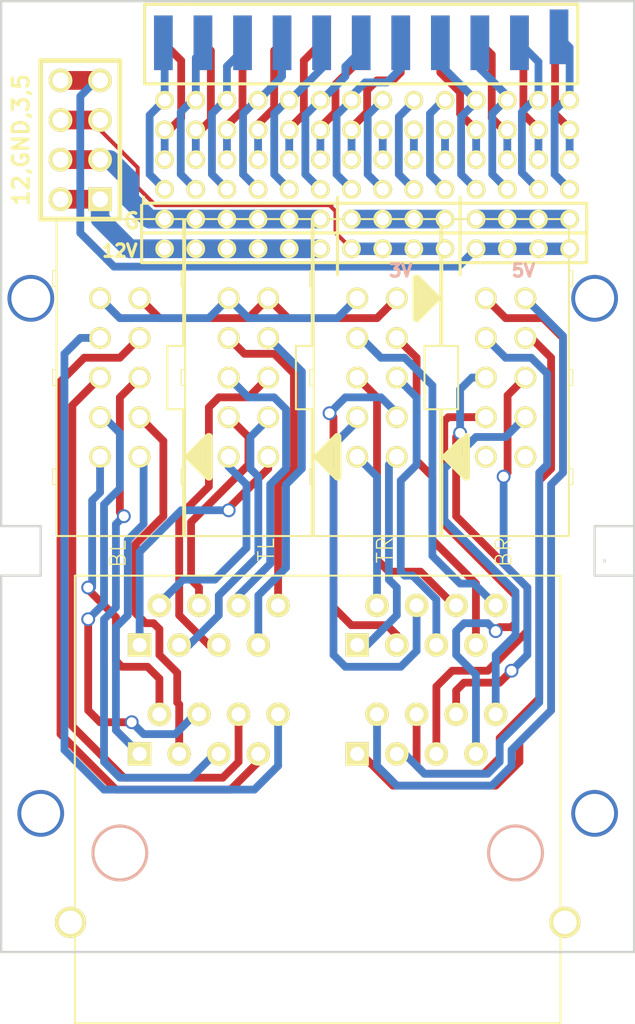
<source format=kicad_pcb>
(kicad_pcb (version 3) (host pcbnew "(2013-07-07 BZR 4022)-stable")

  (general
    (links 0)
    (no_connects 0)
    (area 89.075 41.304 138.49181 112.842501)
    (thickness 1.6)
    (drawings 25)
    (tracks 499)
    (zones 0)
    (modules 13)
    (nets 1)
  )

  (page A3)
  (layers
    (15 F.Cu signal)
    (0 B.Cu signal)
    (16 B.Adhes user hide)
    (17 F.Adhes user hide)
    (18 B.Paste user hide)
    (19 F.Paste user hide)
    (20 B.SilkS user)
    (21 F.SilkS user hide)
    (22 B.Mask user hide)
    (23 F.Mask user hide)
    (24 Dwgs.User user hide)
    (25 Cmts.User user hide)
    (26 Eco1.User user hide)
    (27 Eco2.User user hide)
    (28 Edge.Cuts user)
  )

  (setup
    (last_trace_width 0.8)
    (user_trace_width 0.5)
    (user_trace_width 0.7)
    (user_trace_width 0.8)
    (user_trace_width 1.2)
    (trace_clearance 0.254)
    (zone_clearance 0.508)
    (zone_45_only no)
    (trace_min 0.254)
    (segment_width 0.2)
    (edge_width 0.15)
    (via_size 0.889)
    (via_drill 0.635)
    (via_min_size 0.508)
    (via_min_drill 0.3)
    (user_via 0.508 0.3)
    (user_via 3 2.5)
    (uvia_size 0.508)
    (uvia_drill 0.127)
    (uvias_allowed no)
    (uvia_min_size 0.508)
    (uvia_min_drill 0.127)
    (pcb_text_width 0.3)
    (pcb_text_size 1.5 1.5)
    (mod_edge_width 0.15)
    (mod_text_size 1.5 1.5)
    (mod_text_width 0.15)
    (pad_size 1.524 1.524)
    (pad_drill 1.016)
    (pad_to_mask_clearance 0.2)
    (aux_axis_origin 0 0)
    (visible_elements 7FFFFFFF)
    (pcbplotparams
      (layerselection 3178497)
      (usegerberextensions true)
      (excludeedgelayer true)
      (linewidth 0.100000)
      (plotframeref false)
      (viasonmask false)
      (mode 1)
      (useauxorigin false)
      (hpglpennumber 1)
      (hpglpenspeed 20)
      (hpglpendiameter 15)
      (hpglpenoverlay 2)
      (psnegative false)
      (psa4output false)
      (plotreference true)
      (plotvalue true)
      (plotothertext true)
      (plotinvisibletext false)
      (padsonsilk false)
      (subtractmaskfromsilk false)
      (outputformat 1)
      (mirror false)
      (drillshape 1)
      (scaleselection 1)
      (outputdirectory ""))
  )

  (net 0 "")

  (net_class Default "This is the default net class."
    (clearance 0.254)
    (trace_width 0.254)
    (via_dia 0.889)
    (via_drill 0.635)
    (uvia_dia 0.508)
    (uvia_drill 0.127)
    (add_net "")
  )

  (module FC_5X2   locked (layer F.Cu) (tedit 5548B998) (tstamp 5546A735)
    (at 106.045 71.12 90)
    (path FC_5X2)
    (attr virtual)
    (fp_text reference "" (at 3.81 -3.175 90) (layer F.SilkS) hide
      (effects (font (size 1 1) (thickness 0.0889)))
    )
    (fp_text value TL (at -11.049 1.143 90) (layer F.SilkS)
      (effects (font (size 1.00076 1.00076) (thickness 0.0889)))
    )
    (fp_line (start -0.508 -4.064) (end 0.508 -4.064) (layer F.SilkS) (width 0.06604))
    (fp_line (start 0.508 -4.064) (end 0.508 -4.318) (layer F.SilkS) (width 0.06604))
    (fp_line (start -0.508 -4.318) (end 0.508 -4.318) (layer F.SilkS) (width 0.06604))
    (fp_line (start -0.508 -4.064) (end -0.508 -4.318) (layer F.SilkS) (width 0.06604))
    (fp_line (start -6.858 -4.064) (end -5.842 -4.064) (layer F.SilkS) (width 0.06604))
    (fp_line (start -5.842 -4.064) (end -5.842 -4.318) (layer F.SilkS) (width 0.06604))
    (fp_line (start -6.858 -4.318) (end -5.842 -4.318) (layer F.SilkS) (width 0.06604))
    (fp_line (start -6.858 -4.064) (end -6.858 -4.318) (layer F.SilkS) (width 0.06604))
    (fp_line (start 5.842 -4.064) (end 6.858 -4.064) (layer F.SilkS) (width 0.06604))
    (fp_line (start 6.858 -4.064) (end 6.858 -4.318) (layer F.SilkS) (width 0.06604))
    (fp_line (start 5.842 -4.318) (end 6.858 -4.318) (layer F.SilkS) (width 0.06604))
    (fp_line (start 5.842 -4.064) (end 5.842 -4.318) (layer F.SilkS) (width 0.06604))
    (fp_line (start 10.16 4.064) (end 10.16 -4.064) (layer F.SilkS) (width 0.127))
    (fp_line (start -10.16 -4.064) (end -10.16 4.064) (layer F.SilkS) (width 0.127))
    (fp_line (start -10.16 -4.064) (end 10.16 -4.064) (layer F.SilkS) (width 0.127))
    (fp_line (start 2.032 4.064) (end 2.032 3.048) (layer F.SilkS) (width 0.127))
    (fp_line (start 2.032 3.048) (end -2.032 3.048) (layer F.SilkS) (width 0.127))
    (fp_line (start -2.032 4.064) (end -2.032 3.048) (layer F.SilkS) (width 0.127))
    (fp_line (start 10.16 4.064) (end 2.032 4.064) (layer F.SilkS) (width 0.127))
    (fp_line (start -10.16 4.064) (end -2.032 4.064) (layer F.SilkS) (width 0.127))
    (fp_line (start -5.08 4.445) (end -6.35 5.715) (layer F.SilkS) (width 0.508))
    (fp_line (start -6.35 5.715) (end -3.81 5.715) (layer F.SilkS) (width 0.508))
    (fp_line (start -3.81 5.715) (end -5.08 4.445) (layer F.SilkS) (width 0.508))
    (fp_line (start -5.715 5.207) (end -4.445 5.207) (layer F.SilkS) (width 0.508))
    (fp_line (start -5.08 4.572) (end -5.08 4.953) (layer F.SilkS) (width 0.508))
    (pad 1 thru_hole circle (at -5.08 1.27 90) (size 1.397 2.794) (drill 0.99822)
      (layers *.Cu F.Paste F.SilkS F.Mask)
    )
    (pad 2 thru_hole circle (at -5.08 -1.27 90) (size 1.397 2.794) (drill 0.99822)
      (layers *.Cu F.Paste F.SilkS F.Mask)
    )
    (pad 3 thru_hole circle (at -2.54 1.27 90) (size 1.397 2.794) (drill 0.99822)
      (layers *.Cu F.Paste F.SilkS F.Mask)
    )
    (pad 4 thru_hole circle (at -2.54 -1.27 90) (size 1.397 2.794) (drill 0.99822)
      (layers *.Cu F.Paste F.SilkS F.Mask)
    )
    (pad 5 thru_hole circle (at 0 1.27 90) (size 1.397 2.794) (drill 0.99822)
      (layers *.Cu F.Paste F.SilkS F.Mask)
    )
    (pad 6 thru_hole circle (at 0 -1.27 90) (size 1.397 2.794) (drill 0.99822)
      (layers *.Cu F.Paste F.SilkS F.Mask)
    )
    (pad 7 thru_hole circle (at 2.54 1.27 90) (size 1.397 2.794) (drill 0.99822)
      (layers *.Cu F.Paste F.SilkS F.Mask)
    )
    (pad 8 thru_hole circle (at 2.54 -1.27 90) (size 1.397 2.794) (drill 0.99822)
      (layers *.Cu F.Paste F.SilkS F.Mask)
    )
    (pad 9 thru_hole circle (at 5.08 1.27 90) (size 1.397 2.794) (drill 0.99822)
      (layers *.Cu F.Paste F.SilkS F.Mask)
    )
    (pad 10 thru_hole circle (at 5.08 -1.27 90) (size 1.397 2.794) (drill 0.99822)
      (layers *.Cu F.Paste F.SilkS F.Mask)
    )
  )

  (module FC_5X2   locked (layer F.Cu) (tedit 5548B9AC) (tstamp 5546A782)
    (at 114.3 71.12 90)
    (path FC_5X2)
    (attr virtual)
    (fp_text reference "" (at 3.81 -3.175 90) (layer F.SilkS) hide
      (effects (font (size 1 1) (thickness 0.0889)))
    )
    (fp_text value TR (at -11.049 0.508 90) (layer F.SilkS)
      (effects (font (size 1.00076 1.00076) (thickness 0.0889)))
    )
    (fp_line (start -0.508 -4.064) (end 0.508 -4.064) (layer F.SilkS) (width 0.06604))
    (fp_line (start 0.508 -4.064) (end 0.508 -4.318) (layer F.SilkS) (width 0.06604))
    (fp_line (start -0.508 -4.318) (end 0.508 -4.318) (layer F.SilkS) (width 0.06604))
    (fp_line (start -0.508 -4.064) (end -0.508 -4.318) (layer F.SilkS) (width 0.06604))
    (fp_line (start -6.858 -4.064) (end -5.842 -4.064) (layer F.SilkS) (width 0.06604))
    (fp_line (start -5.842 -4.064) (end -5.842 -4.318) (layer F.SilkS) (width 0.06604))
    (fp_line (start -6.858 -4.318) (end -5.842 -4.318) (layer F.SilkS) (width 0.06604))
    (fp_line (start -6.858 -4.064) (end -6.858 -4.318) (layer F.SilkS) (width 0.06604))
    (fp_line (start 5.842 -4.064) (end 6.858 -4.064) (layer F.SilkS) (width 0.06604))
    (fp_line (start 6.858 -4.064) (end 6.858 -4.318) (layer F.SilkS) (width 0.06604))
    (fp_line (start 5.842 -4.318) (end 6.858 -4.318) (layer F.SilkS) (width 0.06604))
    (fp_line (start 5.842 -4.064) (end 5.842 -4.318) (layer F.SilkS) (width 0.06604))
    (fp_line (start 10.16 4.064) (end 10.16 -4.064) (layer F.SilkS) (width 0.127))
    (fp_line (start -10.16 -4.064) (end -10.16 4.064) (layer F.SilkS) (width 0.127))
    (fp_line (start -10.16 -4.064) (end 10.16 -4.064) (layer F.SilkS) (width 0.127))
    (fp_line (start 2.032 4.064) (end 2.032 3.048) (layer F.SilkS) (width 0.127))
    (fp_line (start 2.032 3.048) (end -2.032 3.048) (layer F.SilkS) (width 0.127))
    (fp_line (start -2.032 4.064) (end -2.032 3.048) (layer F.SilkS) (width 0.127))
    (fp_line (start 10.16 4.064) (end 2.032 4.064) (layer F.SilkS) (width 0.127))
    (fp_line (start -10.16 4.064) (end -2.032 4.064) (layer F.SilkS) (width 0.127))
    (fp_line (start -5.08 4.445) (end -6.35 5.715) (layer F.SilkS) (width 0.508))
    (fp_line (start -6.35 5.715) (end -3.81 5.715) (layer F.SilkS) (width 0.508))
    (fp_line (start -3.81 5.715) (end -5.08 4.445) (layer F.SilkS) (width 0.508))
    (fp_line (start -5.715 5.207) (end -4.445 5.207) (layer F.SilkS) (width 0.508))
    (fp_line (start -5.08 4.572) (end -5.08 4.953) (layer F.SilkS) (width 0.508))
    (pad 1 thru_hole circle (at -5.08 1.27 90) (size 1.397 2.794) (drill 0.99822)
      (layers *.Cu F.Paste F.SilkS F.Mask)
    )
    (pad 2 thru_hole circle (at -5.08 -1.27 90) (size 1.397 2.794) (drill 0.99822)
      (layers *.Cu F.Paste F.SilkS F.Mask)
    )
    (pad 3 thru_hole circle (at -2.54 1.27 90) (size 1.397 2.794) (drill 0.99822)
      (layers *.Cu F.Paste F.SilkS F.Mask)
    )
    (pad 4 thru_hole circle (at -2.54 -1.27 90) (size 1.397 2.794) (drill 0.99822)
      (layers *.Cu F.Paste F.SilkS F.Mask)
    )
    (pad 5 thru_hole circle (at 0 1.27 90) (size 1.397 2.794) (drill 0.99822)
      (layers *.Cu F.Paste F.SilkS F.Mask)
    )
    (pad 6 thru_hole circle (at 0 -1.27 90) (size 1.397 2.794) (drill 0.99822)
      (layers *.Cu F.Paste F.SilkS F.Mask)
    )
    (pad 7 thru_hole circle (at 2.54 1.27 90) (size 1.397 2.794) (drill 0.99822)
      (layers *.Cu F.Paste F.SilkS F.Mask)
    )
    (pad 8 thru_hole circle (at 2.54 -1.27 90) (size 1.397 2.794) (drill 0.99822)
      (layers *.Cu F.Paste F.SilkS F.Mask)
    )
    (pad 9 thru_hole circle (at 5.08 1.27 90) (size 1.397 2.794) (drill 0.99822)
      (layers *.Cu F.Paste F.SilkS F.Mask)
    )
    (pad 10 thru_hole circle (at 5.08 -1.27 90) (size 1.397 2.794) (drill 0.99822)
      (layers *.Cu F.Paste F.SilkS F.Mask)
    )
  )

  (module FC_5X2   locked (layer F.Cu) (tedit 5548B98E) (tstamp 5546A7CF)
    (at 97.79 71.12 90)
    (path FC_5X2)
    (attr virtual)
    (fp_text reference "" (at 3.81 -3.175 90) (layer F.SilkS) hide
      (effects (font (size 1 1) (thickness 0.0889)))
    )
    (fp_text value BL (at -11.303 -0.127 90) (layer F.SilkS)
      (effects (font (size 1.00076 1.00076) (thickness 0.0889)))
    )
    (fp_line (start -0.508 -4.064) (end 0.508 -4.064) (layer F.SilkS) (width 0.06604))
    (fp_line (start 0.508 -4.064) (end 0.508 -4.318) (layer F.SilkS) (width 0.06604))
    (fp_line (start -0.508 -4.318) (end 0.508 -4.318) (layer F.SilkS) (width 0.06604))
    (fp_line (start -0.508 -4.064) (end -0.508 -4.318) (layer F.SilkS) (width 0.06604))
    (fp_line (start -6.858 -4.064) (end -5.842 -4.064) (layer F.SilkS) (width 0.06604))
    (fp_line (start -5.842 -4.064) (end -5.842 -4.318) (layer F.SilkS) (width 0.06604))
    (fp_line (start -6.858 -4.318) (end -5.842 -4.318) (layer F.SilkS) (width 0.06604))
    (fp_line (start -6.858 -4.064) (end -6.858 -4.318) (layer F.SilkS) (width 0.06604))
    (fp_line (start 5.842 -4.064) (end 6.858 -4.064) (layer F.SilkS) (width 0.06604))
    (fp_line (start 6.858 -4.064) (end 6.858 -4.318) (layer F.SilkS) (width 0.06604))
    (fp_line (start 5.842 -4.318) (end 6.858 -4.318) (layer F.SilkS) (width 0.06604))
    (fp_line (start 5.842 -4.064) (end 5.842 -4.318) (layer F.SilkS) (width 0.06604))
    (fp_line (start 10.16 4.064) (end 10.16 -4.064) (layer F.SilkS) (width 0.127))
    (fp_line (start -10.16 -4.064) (end -10.16 4.064) (layer F.SilkS) (width 0.127))
    (fp_line (start -10.16 -4.064) (end 10.16 -4.064) (layer F.SilkS) (width 0.127))
    (fp_line (start 2.032 4.064) (end 2.032 3.048) (layer F.SilkS) (width 0.127))
    (fp_line (start 2.032 3.048) (end -2.032 3.048) (layer F.SilkS) (width 0.127))
    (fp_line (start -2.032 4.064) (end -2.032 3.048) (layer F.SilkS) (width 0.127))
    (fp_line (start 10.16 4.064) (end 2.032 4.064) (layer F.SilkS) (width 0.127))
    (fp_line (start -10.16 4.064) (end -2.032 4.064) (layer F.SilkS) (width 0.127))
    (fp_line (start -5.08 4.445) (end -6.35 5.715) (layer F.SilkS) (width 0.508))
    (fp_line (start -6.35 5.715) (end -3.81 5.715) (layer F.SilkS) (width 0.508))
    (fp_line (start -3.81 5.715) (end -5.08 4.445) (layer F.SilkS) (width 0.508))
    (fp_line (start -5.715 5.207) (end -4.445 5.207) (layer F.SilkS) (width 0.508))
    (fp_line (start -5.08 4.572) (end -5.08 4.953) (layer F.SilkS) (width 0.508))
    (pad 1 thru_hole circle (at -5.08 1.27 90) (size 1.397 2.794) (drill 0.99822)
      (layers *.Cu F.Paste F.SilkS F.Mask)
    )
    (pad 2 thru_hole circle (at -5.08 -1.27 90) (size 1.397 2.794) (drill 0.99822)
      (layers *.Cu F.Paste F.SilkS F.Mask)
    )
    (pad 3 thru_hole circle (at -2.54 1.27 90) (size 1.397 2.794) (drill 0.99822)
      (layers *.Cu F.Paste F.SilkS F.Mask)
    )
    (pad 4 thru_hole circle (at -2.54 -1.27 90) (size 1.397 2.794) (drill 0.99822)
      (layers *.Cu F.Paste F.SilkS F.Mask)
    )
    (pad 5 thru_hole circle (at 0 1.27 90) (size 1.397 2.794) (drill 0.99822)
      (layers *.Cu F.Paste F.SilkS F.Mask)
    )
    (pad 6 thru_hole circle (at 0 -1.27 90) (size 1.397 2.794) (drill 0.99822)
      (layers *.Cu F.Paste F.SilkS F.Mask)
    )
    (pad 7 thru_hole circle (at 2.54 1.27 90) (size 1.397 2.794) (drill 0.99822)
      (layers *.Cu F.Paste F.SilkS F.Mask)
    )
    (pad 8 thru_hole circle (at 2.54 -1.27 90) (size 1.397 2.794) (drill 0.99822)
      (layers *.Cu F.Paste F.SilkS F.Mask)
    )
    (pad 9 thru_hole circle (at 5.08 1.27 90) (size 1.397 2.794) (drill 0.99822)
      (layers *.Cu F.Paste F.SilkS F.Mask)
    )
    (pad 10 thru_hole circle (at 5.08 -1.27 90) (size 1.397 2.794) (drill 0.99822)
      (layers *.Cu F.Paste F.SilkS F.Mask)
    )
  )

  (module FC_5X2   locked (layer F.Cu) (tedit 5548B9BD) (tstamp 5546A81C)
    (at 122.555 71.12 270)
    (path FC_5X2)
    (attr virtual)
    (fp_text reference "" (at 3.81 -3.175 270) (layer F.SilkS) hide
      (effects (font (size 1 1) (thickness 0.0889)))
    )
    (fp_text value BR (at 11.176 0.127 270) (layer F.SilkS)
      (effects (font (size 1.00076 1.00076) (thickness 0.0889)))
    )
    (fp_line (start -0.508 -4.064) (end 0.508 -4.064) (layer F.SilkS) (width 0.06604))
    (fp_line (start 0.508 -4.064) (end 0.508 -4.318) (layer F.SilkS) (width 0.06604))
    (fp_line (start -0.508 -4.318) (end 0.508 -4.318) (layer F.SilkS) (width 0.06604))
    (fp_line (start -0.508 -4.064) (end -0.508 -4.318) (layer F.SilkS) (width 0.06604))
    (fp_line (start -6.858 -4.064) (end -5.842 -4.064) (layer F.SilkS) (width 0.06604))
    (fp_line (start -5.842 -4.064) (end -5.842 -4.318) (layer F.SilkS) (width 0.06604))
    (fp_line (start -6.858 -4.318) (end -5.842 -4.318) (layer F.SilkS) (width 0.06604))
    (fp_line (start -6.858 -4.064) (end -6.858 -4.318) (layer F.SilkS) (width 0.06604))
    (fp_line (start 5.842 -4.064) (end 6.858 -4.064) (layer F.SilkS) (width 0.06604))
    (fp_line (start 6.858 -4.064) (end 6.858 -4.318) (layer F.SilkS) (width 0.06604))
    (fp_line (start 5.842 -4.318) (end 6.858 -4.318) (layer F.SilkS) (width 0.06604))
    (fp_line (start 5.842 -4.064) (end 5.842 -4.318) (layer F.SilkS) (width 0.06604))
    (fp_line (start 10.16 4.064) (end 10.16 -4.064) (layer F.SilkS) (width 0.127))
    (fp_line (start -10.16 -4.064) (end -10.16 4.064) (layer F.SilkS) (width 0.127))
    (fp_line (start -10.16 -4.064) (end 10.16 -4.064) (layer F.SilkS) (width 0.127))
    (fp_line (start 2.032 4.064) (end 2.032 3.048) (layer F.SilkS) (width 0.127))
    (fp_line (start 2.032 3.048) (end -2.032 3.048) (layer F.SilkS) (width 0.127))
    (fp_line (start -2.032 4.064) (end -2.032 3.048) (layer F.SilkS) (width 0.127))
    (fp_line (start 10.16 4.064) (end 2.032 4.064) (layer F.SilkS) (width 0.127))
    (fp_line (start -10.16 4.064) (end -2.032 4.064) (layer F.SilkS) (width 0.127))
    (fp_line (start -5.08 4.445) (end -6.35 5.715) (layer F.SilkS) (width 0.508))
    (fp_line (start -6.35 5.715) (end -3.81 5.715) (layer F.SilkS) (width 0.508))
    (fp_line (start -3.81 5.715) (end -5.08 4.445) (layer F.SilkS) (width 0.508))
    (fp_line (start -5.715 5.207) (end -4.445 5.207) (layer F.SilkS) (width 0.508))
    (fp_line (start -5.08 4.572) (end -5.08 4.953) (layer F.SilkS) (width 0.508))
    (pad 1 thru_hole circle (at -5.08 1.27 270) (size 1.397 2.794) (drill 0.99822)
      (layers *.Cu F.Paste F.SilkS F.Mask)
    )
    (pad 2 thru_hole circle (at -5.08 -1.27 270) (size 1.397 2.794) (drill 0.99822)
      (layers *.Cu F.Paste F.SilkS F.Mask)
    )
    (pad 3 thru_hole circle (at -2.54 1.27 270) (size 1.397 2.794) (drill 0.99822)
      (layers *.Cu F.Paste F.SilkS F.Mask)
    )
    (pad 4 thru_hole circle (at -2.54 -1.27 270) (size 1.397 2.794) (drill 0.99822)
      (layers *.Cu F.Paste F.SilkS F.Mask)
    )
    (pad 5 thru_hole circle (at 0 1.27 270) (size 1.397 2.794) (drill 0.99822)
      (layers *.Cu F.Paste F.SilkS F.Mask)
    )
    (pad 6 thru_hole circle (at 0 -1.27 270) (size 1.397 2.794) (drill 0.99822)
      (layers *.Cu F.Paste F.SilkS F.Mask)
    )
    (pad 7 thru_hole circle (at 2.54 1.27 270) (size 1.397 2.794) (drill 0.99822)
      (layers *.Cu F.Paste F.SilkS F.Mask)
    )
    (pad 8 thru_hole circle (at 2.54 -1.27 270) (size 1.397 2.794) (drill 0.99822)
      (layers *.Cu F.Paste F.SilkS F.Mask)
    )
    (pad 9 thru_hole circle (at 5.08 1.27 270) (size 1.397 2.794) (drill 0.99822)
      (layers *.Cu F.Paste F.SilkS F.Mask)
    )
    (pad 10 thru_hole circle (at 5.08 -1.27 270) (size 1.397 2.794) (drill 0.99822)
      (layers *.Cu F.Paste F.SilkS F.Mask)
    )
  )

  (module RJ45_2X2   locked (layer F.Cu) (tedit 5548B97A) (tstamp 55470EEA)
    (at 110.49 99.06)
    (tags RJ45_2X2)
    (path /534EB5C5)
    (fp_text reference J? (at 0.254 4.826) (layer F.SilkS) hide
      (effects (font (size 1.524 1.524) (thickness 0.3048)))
    )
    (fp_text value RJ45_2x2 (at 0.14224 -0.1016) (layer F.SilkS) hide
      (effects (font (size 1.00076 1.00076) (thickness 0.2032)))
    )
    (fp_line (start -15.59 13.465) (end 15.59 13.465) (layer F.SilkS) (width 0.127))
    (fp_line (start 15.59 13.465) (end 15.59 -15.24) (layer F.SilkS) (width 0.127))
    (fp_line (start 15.59 -15.24) (end -15.59 -15.24) (layer F.SilkS) (width 0.127))
    (fp_line (start -15.59 -15.24) (end -15.59 13.465) (layer F.SilkS) (width 0.127))
    (pad 1 thru_hole rect (at -11.43 -10.795) (size 1.50114 1.50114) (drill 0.89916)
      (layers *.Cu *.Mask F.SilkS)
    )
    (pad 2 thru_hole circle (at -10.16 -13.335) (size 1.50114 1.50114) (drill 0.89916)
      (layers *.Cu *.Mask F.SilkS)
    )
    (pad 3 thru_hole circle (at -8.89 -10.795) (size 1.50114 1.50114) (drill 0.89916)
      (layers *.Cu *.Mask F.SilkS)
    )
    (pad 4 thru_hole circle (at -7.62 -13.335) (size 1.50114 1.50114) (drill 0.89916)
      (layers *.Cu *.Mask F.SilkS)
    )
    (pad 5 thru_hole circle (at -6.35 -10.795) (size 1.50114 1.50114) (drill 0.89916)
      (layers *.Cu *.Mask F.SilkS)
    )
    (pad 6 thru_hole circle (at -5.08 -13.335) (size 1.50114 1.50114) (drill 0.89916)
      (layers *.Cu *.Mask F.SilkS)
    )
    (pad 7 thru_hole circle (at -3.81 -10.795) (size 1.50114 1.50114) (drill 0.89916)
      (layers *.Cu *.Mask F.SilkS)
    )
    (pad 8 thru_hole circle (at -2.54 -13.335) (size 1.50114 1.50114) (drill 0.89916)
      (layers *.Cu *.Mask F.SilkS)
    )
    (pad 9 thru_hole rect (at -11.43 -3.81) (size 1.50114 1.50114) (drill 0.89916)
      (layers *.Cu *.Mask F.SilkS)
    )
    (pad 10 thru_hole circle (at -10.16 -6.35) (size 1.50114 1.50114) (drill 0.89916)
      (layers *.Cu *.Mask F.SilkS)
    )
    (pad 11 thru_hole circle (at -8.89 -3.81) (size 1.50114 1.50114) (drill 0.89916)
      (layers *.Cu *.Mask F.SilkS)
    )
    (pad 12 thru_hole circle (at -7.62 -6.35) (size 1.50114 1.50114) (drill 0.89916)
      (layers *.Cu *.Mask F.SilkS)
    )
    (pad 13 thru_hole circle (at -6.35 -3.81) (size 1.50114 1.50114) (drill 0.89916)
      (layers *.Cu *.Mask F.SilkS)
    )
    (pad 14 thru_hole circle (at -5.08 -6.35) (size 1.50114 1.50114) (drill 0.89916)
      (layers *.Cu *.Mask F.SilkS)
    )
    (pad 15 thru_hole circle (at -3.81 -3.81) (size 1.50114 1.50114) (drill 0.89916)
      (layers *.Cu *.Mask F.SilkS)
    )
    (pad 16 thru_hole circle (at -2.54 -6.35) (size 1.50114 1.50114) (drill 0.89916)
      (layers *.Cu *.Mask F.SilkS)
    )
    (pad 17 thru_hole rect (at 2.54 -10.795) (size 1.50114 1.50114) (drill 0.89916)
      (layers *.Cu *.Mask F.SilkS)
    )
    (pad 18 thru_hole circle (at 3.81 -13.335) (size 1.50114 1.50114) (drill 0.89916)
      (layers *.Cu *.Mask F.SilkS)
    )
    (pad 19 thru_hole circle (at 5.08 -10.795) (size 1.50114 1.50114) (drill 0.89916)
      (layers *.Cu *.Mask F.SilkS)
    )
    (pad 20 thru_hole circle (at 6.35 -13.335) (size 1.50114 1.50114) (drill 0.89916)
      (layers *.Cu *.Mask F.SilkS)
    )
    (pad 21 thru_hole circle (at 7.62 -10.795) (size 1.50114 1.50114) (drill 0.89916)
      (layers *.Cu *.Mask F.SilkS)
    )
    (pad 22 thru_hole circle (at 8.89 -13.335) (size 1.50114 1.50114) (drill 0.89916)
      (layers *.Cu *.Mask F.SilkS)
    )
    (pad 23 thru_hole circle (at 10.16 -10.795) (size 1.50114 1.50114) (drill 0.89916)
      (layers *.Cu *.Mask F.SilkS)
    )
    (pad 24 thru_hole circle (at 11.43 -13.335) (size 1.50114 1.50114) (drill 0.89916)
      (layers *.Cu *.Mask F.SilkS)
    )
    (pad 25 thru_hole rect (at 2.54 -3.81) (size 1.50114 1.50114) (drill 0.89916)
      (layers *.Cu *.Mask F.SilkS)
    )
    (pad 26 thru_hole circle (at 3.81 -6.35) (size 1.50114 1.50114) (drill 0.89916)
      (layers *.Cu *.Mask F.SilkS)
    )
    (pad 27 thru_hole circle (at 5.08 -3.81) (size 1.50114 1.50114) (drill 0.89916)
      (layers *.Cu *.Mask F.SilkS)
    )
    (pad 28 thru_hole circle (at 6.35 -6.35) (size 1.50114 1.50114) (drill 0.89916)
      (layers *.Cu *.Mask F.SilkS)
    )
    (pad 29 thru_hole circle (at 7.62 -3.81) (size 1.50114 1.50114) (drill 0.89916)
      (layers *.Cu *.Mask F.SilkS)
    )
    (pad 30 thru_hole circle (at 8.89 -6.35) (size 1.50114 1.50114) (drill 0.89916)
      (layers *.Cu *.Mask F.SilkS)
    )
    (pad 31 thru_hole circle (at 10.16 -3.81) (size 1.50114 1.50114) (drill 0.89916)
      (layers *.Cu *.Mask F.SilkS)
    )
    (pad 32 thru_hole circle (at 11.43 -6.35) (size 1.50114 1.50114) (drill 0.89916)
      (layers *.Cu *.Mask F.SilkS)
    )
    (pad 33 thru_hole circle (at -15.875 6.985) (size 2 2) (drill 1.5)
      (layers *.Cu *.Mask F.SilkS)
    )
    (pad 34 thru_hole circle (at 15.875 6.985) (size 2 2) (drill 1.5)
      (layers *.Cu *.Mask F.SilkS)
    )
    (pad Hole np_thru_hole circle (at 12.7 2.54) (size 3.64998 3.64998) (drill 3.2512)
      (layers *.Cu *.SilkS *.Mask)
    )
    (pad Hole np_thru_hole circle (at -12.7 2.54) (size 3.64998 3.64998) (drill 3.2512)
      (layers *.Cu *.SilkS *.Mask)
    )
  )

  (module pin_array_4x2 (layer F.Cu) (tedit 5548B948) (tstamp 5547AFB3)
    (at 95.25 55.88 90)
    (descr "Double rangee de contacts 2 x 4 pins")
    (tags CONN)
    (fp_text reference 12,GND,3,5 (at 0 -3.81 90) (layer F.SilkS)
      (effects (font (size 1.016 1.016) (thickness 0.2032)))
    )
    (fp_text value Val** (at 0 3.81 90) (layer F.SilkS) hide
      (effects (font (size 1.016 1.016) (thickness 0.2032)))
    )
    (fp_line (start -5.08 -2.54) (end 5.08 -2.54) (layer F.SilkS) (width 0.3048))
    (fp_line (start 5.08 -2.54) (end 5.08 2.54) (layer F.SilkS) (width 0.3048))
    (fp_line (start 5.08 2.54) (end -5.08 2.54) (layer F.SilkS) (width 0.3048))
    (fp_line (start -5.08 2.54) (end -5.08 -2.54) (layer F.SilkS) (width 0.3048))
    (pad 1 thru_hole rect (at -3.81 1.27 90) (size 1.524 1.524) (drill 1.016)
      (layers *.Cu *.Mask F.SilkS)
    )
    (pad 2 thru_hole circle (at -3.81 -1.27 90) (size 1.524 1.524) (drill 1.016)
      (layers *.Cu *.Mask F.SilkS)
    )
    (pad 3 thru_hole circle (at -1.27 1.27 90) (size 1.524 1.524) (drill 1.016)
      (layers *.Cu *.Mask F.SilkS)
    )
    (pad 4 thru_hole circle (at -1.27 -1.27 90) (size 1.524 1.524) (drill 1.016)
      (layers *.Cu *.Mask F.SilkS)
    )
    (pad 5 thru_hole circle (at 1.27 1.27 90) (size 1.524 1.524) (drill 1.016)
      (layers *.Cu *.Mask F.SilkS)
    )
    (pad 6 thru_hole circle (at 1.27 -1.27 90) (size 1.524 1.524) (drill 1.016)
      (layers *.Cu *.Mask F.SilkS)
    )
    (pad 7 thru_hole circle (at 3.81 1.27 90) (size 1.524 1.524) (drill 1.016)
      (layers *.Cu *.Mask F.SilkS)
    )
    (pad 8 thru_hole circle (at 3.81 -1.27 90) (size 1.524 1.524) (drill 1.016)
      (layers *.Cu *.Mask F.SilkS)
    )
    (model pin_array/pins_array_4x2.wrl
      (at (xyz 0 0 0))
      (scale (xyz 1 1 1))
      (rotate (xyz 0 0 0))
    )
  )

  (module ROW10_2mm (layer F.Cu) (tedit 55476A2A) (tstamp 5547B6FC)
    (at 113.665 62.865)
    (descr "Double rangee de contacts 2 x 8 pins")
    (tags CONN)
    (path /4F6344A8)
    (fp_text reference P? (at 3.5 1.5) (layer F.SilkS) hide
      (effects (font (size 0.8001 0.5) (thickness 0.1)))
    )
    (fp_text value ROW10_2mm (at -1 1.5) (layer F.SilkS) hide
      (effects (font (size 0.8 0.5) (thickness 0.1)))
    )
    (pad 11 thru_hole circle (at 7 0) (size 1.2 1.2) (drill 0.8)
      (layers *.Cu *.Mask F.SilkS)
      (solder_mask_margin 0.1)
      (solder_paste_margin -0.1)
      (clearance 0.1)
    )
    (pad 12 thru_hole circle (at 9 0) (size 1.2 1.2) (drill 0.8)
      (layers *.Cu *.Mask F.SilkS)
      (solder_mask_margin 0.1)
      (solder_paste_margin -0.1)
      (clearance 0.1)
    )
    (pad 14 thru_hole circle (at 13 0) (size 1.2 1.2) (drill 0.8)
      (layers *.Cu *.Mask F.SilkS)
      (solder_mask_margin 0.1)
      (solder_paste_margin -0.1)
      (clearance 0.1)
    )
    (pad 13 thru_hole circle (at 11 0) (size 1.2 1.2) (drill 0.8)
      (layers *.Cu *.Mask F.SilkS)
      (solder_mask_margin 0.1)
      (solder_paste_margin -0.1)
      (clearance 0.1)
    )
    (pad 1 thru_hole circle (at -13 0) (size 1.2 1.2) (drill 0.8)
      (layers *.Cu *.Mask F.SilkS)
      (solder_mask_margin 0.1)
      (solder_paste_margin -0.1)
      (clearance 0.1)
    )
    (pad 2 thru_hole circle (at -11 0) (size 1.2 1.2) (drill 0.8)
      (layers *.Cu *.Mask F.SilkS)
      (solder_mask_margin 0.1)
      (solder_paste_margin -0.1)
      (clearance 0.1)
    )
    (pad 3 thru_hole circle (at -9 0) (size 1.2 1.2) (drill 0.8)
      (layers *.Cu *.Mask F.SilkS)
      (solder_mask_margin 0.1)
      (solder_paste_margin -0.1)
      (clearance 0.1)
    )
    (pad 4 thru_hole circle (at -7 0) (size 1.2 1.2) (drill 0.8)
      (layers *.Cu *.Mask F.SilkS)
      (solder_mask_margin 0.1)
      (solder_paste_margin -0.1)
      (clearance 0.1)
    )
    (pad 5 thru_hole circle (at -5 0) (size 1.2 1.2) (drill 0.8)
      (layers *.Cu *.Mask F.SilkS)
      (solder_mask_margin 0.1)
      (solder_paste_margin -0.1)
      (clearance 0.1)
    )
    (pad 6 thru_hole circle (at -3 0) (size 1.2 1.2) (drill 0.8)
      (layers *.Cu *.Mask F.SilkS)
      (solder_mask_margin 0.1)
      (solder_paste_margin -0.1)
      (clearance 0.1)
    )
    (pad 7 thru_hole circle (at -1 0) (size 1.2 1.2) (drill 0.8)
      (layers *.Cu *.Mask F.SilkS)
      (solder_mask_margin 0.1)
      (solder_paste_margin -0.1)
      (clearance 0.1)
    )
    (pad 8 thru_hole circle (at 1 0) (size 1.2 1.2) (drill 0.8)
      (layers *.Cu *.Mask F.SilkS)
      (solder_mask_margin 0.1)
      (solder_paste_margin -0.1)
      (clearance 0.1)
    )
    (pad 9 thru_hole circle (at 3 0) (size 1.2 1.2) (drill 0.8)
      (layers *.Cu *.Mask F.SilkS)
      (solder_mask_margin 0.1)
      (solder_paste_margin -0.1)
      (clearance 0.1)
    )
    (pad 10 thru_hole circle (at 5 0) (size 1.2 1.2) (drill 0.8)
      (layers *.Cu *.Mask F.SilkS)
      (solder_mask_margin 0.1)
      (solder_paste_margin -0.1)
      (clearance 0.1)
    )
  )

  (module ROW10_2mm (layer F.Cu) (tedit 55476A2A) (tstamp 5547B754)
    (at 113.665 60.96)
    (descr "Double rangee de contacts 2 x 8 pins")
    (tags CONN)
    (path /4F6344A8)
    (fp_text reference P? (at 3.5 1.5) (layer F.SilkS) hide
      (effects (font (size 0.8001 0.5) (thickness 0.1)))
    )
    (fp_text value ROW10_2mm (at -1 1.5) (layer F.SilkS) hide
      (effects (font (size 0.8 0.5) (thickness 0.1)))
    )
    (pad 11 thru_hole circle (at 7 0) (size 1.2 1.2) (drill 0.8)
      (layers *.Cu *.Mask F.SilkS)
      (solder_mask_margin 0.1)
      (solder_paste_margin -0.1)
      (clearance 0.1)
    )
    (pad 12 thru_hole circle (at 9 0) (size 1.2 1.2) (drill 0.8)
      (layers *.Cu *.Mask F.SilkS)
      (solder_mask_margin 0.1)
      (solder_paste_margin -0.1)
      (clearance 0.1)
    )
    (pad 14 thru_hole circle (at 13 0) (size 1.2 1.2) (drill 0.8)
      (layers *.Cu *.Mask F.SilkS)
      (solder_mask_margin 0.1)
      (solder_paste_margin -0.1)
      (clearance 0.1)
    )
    (pad 13 thru_hole circle (at 11 0) (size 1.2 1.2) (drill 0.8)
      (layers *.Cu *.Mask F.SilkS)
      (solder_mask_margin 0.1)
      (solder_paste_margin -0.1)
      (clearance 0.1)
    )
    (pad 1 thru_hole circle (at -13 0) (size 1.2 1.2) (drill 0.8)
      (layers *.Cu *.Mask F.SilkS)
      (solder_mask_margin 0.1)
      (solder_paste_margin -0.1)
      (clearance 0.1)
    )
    (pad 2 thru_hole circle (at -11 0) (size 1.2 1.2) (drill 0.8)
      (layers *.Cu *.Mask F.SilkS)
      (solder_mask_margin 0.1)
      (solder_paste_margin -0.1)
      (clearance 0.1)
    )
    (pad 3 thru_hole circle (at -9 0) (size 1.2 1.2) (drill 0.8)
      (layers *.Cu *.Mask F.SilkS)
      (solder_mask_margin 0.1)
      (solder_paste_margin -0.1)
      (clearance 0.1)
    )
    (pad 4 thru_hole circle (at -7 0) (size 1.2 1.2) (drill 0.8)
      (layers *.Cu *.Mask F.SilkS)
      (solder_mask_margin 0.1)
      (solder_paste_margin -0.1)
      (clearance 0.1)
    )
    (pad 5 thru_hole circle (at -5 0) (size 1.2 1.2) (drill 0.8)
      (layers *.Cu *.Mask F.SilkS)
      (solder_mask_margin 0.1)
      (solder_paste_margin -0.1)
      (clearance 0.1)
    )
    (pad 6 thru_hole circle (at -3 0) (size 1.2 1.2) (drill 0.8)
      (layers *.Cu *.Mask F.SilkS)
      (solder_mask_margin 0.1)
      (solder_paste_margin -0.1)
      (clearance 0.1)
    )
    (pad 7 thru_hole circle (at -1 0) (size 1.2 1.2) (drill 0.8)
      (layers *.Cu *.Mask F.SilkS)
      (solder_mask_margin 0.1)
      (solder_paste_margin -0.1)
      (clearance 0.1)
    )
    (pad 8 thru_hole circle (at 1 0) (size 1.2 1.2) (drill 0.8)
      (layers *.Cu *.Mask F.SilkS)
      (solder_mask_margin 0.1)
      (solder_paste_margin -0.1)
      (clearance 0.1)
    )
    (pad 9 thru_hole circle (at 3 0) (size 1.2 1.2) (drill 0.8)
      (layers *.Cu *.Mask F.SilkS)
      (solder_mask_margin 0.1)
      (solder_paste_margin -0.1)
      (clearance 0.1)
    )
    (pad 10 thru_hole circle (at 5 0) (size 1.2 1.2) (drill 0.8)
      (layers *.Cu *.Mask F.SilkS)
      (solder_mask_margin 0.1)
      (solder_paste_margin -0.1)
      (clearance 0.1)
    )
  )

  (module ROW10_2mm (layer F.Cu) (tedit 55476A2A) (tstamp 5547B777)
    (at 113.665 59.055)
    (descr "Double rangee de contacts 2 x 8 pins")
    (tags CONN)
    (path /4F6344A8)
    (fp_text reference P? (at 3.5 1.5) (layer F.SilkS) hide
      (effects (font (size 0.8001 0.5) (thickness 0.1)))
    )
    (fp_text value ROW10_2mm (at -1 1.5) (layer F.SilkS) hide
      (effects (font (size 0.8 0.5) (thickness 0.1)))
    )
    (pad 11 thru_hole circle (at 7 0) (size 1.2 1.2) (drill 0.8)
      (layers *.Cu *.Mask F.SilkS)
      (solder_mask_margin 0.1)
      (solder_paste_margin -0.1)
      (clearance 0.1)
    )
    (pad 12 thru_hole circle (at 9 0) (size 1.2 1.2) (drill 0.8)
      (layers *.Cu *.Mask F.SilkS)
      (solder_mask_margin 0.1)
      (solder_paste_margin -0.1)
      (clearance 0.1)
    )
    (pad 14 thru_hole circle (at 13 0) (size 1.2 1.2) (drill 0.8)
      (layers *.Cu *.Mask F.SilkS)
      (solder_mask_margin 0.1)
      (solder_paste_margin -0.1)
      (clearance 0.1)
    )
    (pad 13 thru_hole circle (at 11 0) (size 1.2 1.2) (drill 0.8)
      (layers *.Cu *.Mask F.SilkS)
      (solder_mask_margin 0.1)
      (solder_paste_margin -0.1)
      (clearance 0.1)
    )
    (pad 1 thru_hole circle (at -13 0) (size 1.2 1.2) (drill 0.8)
      (layers *.Cu *.Mask F.SilkS)
      (solder_mask_margin 0.1)
      (solder_paste_margin -0.1)
      (clearance 0.1)
    )
    (pad 2 thru_hole circle (at -11 0) (size 1.2 1.2) (drill 0.8)
      (layers *.Cu *.Mask F.SilkS)
      (solder_mask_margin 0.1)
      (solder_paste_margin -0.1)
      (clearance 0.1)
    )
    (pad 3 thru_hole circle (at -9 0) (size 1.2 1.2) (drill 0.8)
      (layers *.Cu *.Mask F.SilkS)
      (solder_mask_margin 0.1)
      (solder_paste_margin -0.1)
      (clearance 0.1)
    )
    (pad 4 thru_hole circle (at -7 0) (size 1.2 1.2) (drill 0.8)
      (layers *.Cu *.Mask F.SilkS)
      (solder_mask_margin 0.1)
      (solder_paste_margin -0.1)
      (clearance 0.1)
    )
    (pad 5 thru_hole circle (at -5 0) (size 1.2 1.2) (drill 0.8)
      (layers *.Cu *.Mask F.SilkS)
      (solder_mask_margin 0.1)
      (solder_paste_margin -0.1)
      (clearance 0.1)
    )
    (pad 6 thru_hole circle (at -3 0) (size 1.2 1.2) (drill 0.8)
      (layers *.Cu *.Mask F.SilkS)
      (solder_mask_margin 0.1)
      (solder_paste_margin -0.1)
      (clearance 0.1)
    )
    (pad 7 thru_hole circle (at -1 0) (size 1.2 1.2) (drill 0.8)
      (layers *.Cu *.Mask F.SilkS)
      (solder_mask_margin 0.1)
      (solder_paste_margin -0.1)
      (clearance 0.1)
    )
    (pad 8 thru_hole circle (at 1 0) (size 1.2 1.2) (drill 0.8)
      (layers *.Cu *.Mask F.SilkS)
      (solder_mask_margin 0.1)
      (solder_paste_margin -0.1)
      (clearance 0.1)
    )
    (pad 9 thru_hole circle (at 3 0) (size 1.2 1.2) (drill 0.8)
      (layers *.Cu *.Mask F.SilkS)
      (solder_mask_margin 0.1)
      (solder_paste_margin -0.1)
      (clearance 0.1)
    )
    (pad 10 thru_hole circle (at 5 0) (size 1.2 1.2) (drill 0.8)
      (layers *.Cu *.Mask F.SilkS)
      (solder_mask_margin 0.1)
      (solder_paste_margin -0.1)
      (clearance 0.1)
    )
  )

  (module ROW10_2mm (layer F.Cu) (tedit 55476A2A) (tstamp 5547B79A)
    (at 113.665 57.15)
    (descr "Double rangee de contacts 2 x 8 pins")
    (tags CONN)
    (path /4F6344A8)
    (fp_text reference P? (at 3.5 1.5) (layer F.SilkS) hide
      (effects (font (size 0.8001 0.5) (thickness 0.1)))
    )
    (fp_text value ROW10_2mm (at -1 1.5) (layer F.SilkS) hide
      (effects (font (size 0.8 0.5) (thickness 0.1)))
    )
    (pad 11 thru_hole circle (at 7 0) (size 1.2 1.2) (drill 0.8)
      (layers *.Cu *.Mask F.SilkS)
      (solder_mask_margin 0.1)
      (solder_paste_margin -0.1)
      (clearance 0.1)
    )
    (pad 12 thru_hole circle (at 9 0) (size 1.2 1.2) (drill 0.8)
      (layers *.Cu *.Mask F.SilkS)
      (solder_mask_margin 0.1)
      (solder_paste_margin -0.1)
      (clearance 0.1)
    )
    (pad 14 thru_hole circle (at 13 0) (size 1.2 1.2) (drill 0.8)
      (layers *.Cu *.Mask F.SilkS)
      (solder_mask_margin 0.1)
      (solder_paste_margin -0.1)
      (clearance 0.1)
    )
    (pad 13 thru_hole circle (at 11 0) (size 1.2 1.2) (drill 0.8)
      (layers *.Cu *.Mask F.SilkS)
      (solder_mask_margin 0.1)
      (solder_paste_margin -0.1)
      (clearance 0.1)
    )
    (pad 1 thru_hole circle (at -13 0) (size 1.2 1.2) (drill 0.8)
      (layers *.Cu *.Mask F.SilkS)
      (solder_mask_margin 0.1)
      (solder_paste_margin -0.1)
      (clearance 0.1)
    )
    (pad 2 thru_hole circle (at -11 0) (size 1.2 1.2) (drill 0.8)
      (layers *.Cu *.Mask F.SilkS)
      (solder_mask_margin 0.1)
      (solder_paste_margin -0.1)
      (clearance 0.1)
    )
    (pad 3 thru_hole circle (at -9 0) (size 1.2 1.2) (drill 0.8)
      (layers *.Cu *.Mask F.SilkS)
      (solder_mask_margin 0.1)
      (solder_paste_margin -0.1)
      (clearance 0.1)
    )
    (pad 4 thru_hole circle (at -7 0) (size 1.2 1.2) (drill 0.8)
      (layers *.Cu *.Mask F.SilkS)
      (solder_mask_margin 0.1)
      (solder_paste_margin -0.1)
      (clearance 0.1)
    )
    (pad 5 thru_hole circle (at -5 0) (size 1.2 1.2) (drill 0.8)
      (layers *.Cu *.Mask F.SilkS)
      (solder_mask_margin 0.1)
      (solder_paste_margin -0.1)
      (clearance 0.1)
    )
    (pad 6 thru_hole circle (at -3 0) (size 1.2 1.2) (drill 0.8)
      (layers *.Cu *.Mask F.SilkS)
      (solder_mask_margin 0.1)
      (solder_paste_margin -0.1)
      (clearance 0.1)
    )
    (pad 7 thru_hole circle (at -1 0) (size 1.2 1.2) (drill 0.8)
      (layers *.Cu *.Mask F.SilkS)
      (solder_mask_margin 0.1)
      (solder_paste_margin -0.1)
      (clearance 0.1)
    )
    (pad 8 thru_hole circle (at 1 0) (size 1.2 1.2) (drill 0.8)
      (layers *.Cu *.Mask F.SilkS)
      (solder_mask_margin 0.1)
      (solder_paste_margin -0.1)
      (clearance 0.1)
    )
    (pad 9 thru_hole circle (at 3 0) (size 1.2 1.2) (drill 0.8)
      (layers *.Cu *.Mask F.SilkS)
      (solder_mask_margin 0.1)
      (solder_paste_margin -0.1)
      (clearance 0.1)
    )
    (pad 10 thru_hole circle (at 5 0) (size 1.2 1.2) (drill 0.8)
      (layers *.Cu *.Mask F.SilkS)
      (solder_mask_margin 0.1)
      (solder_paste_margin -0.1)
      (clearance 0.1)
    )
  )

  (module ROW10_2mm (layer F.Cu) (tedit 55476A2A) (tstamp 5547B7BD)
    (at 113.665 55.245)
    (descr "Double rangee de contacts 2 x 8 pins")
    (tags CONN)
    (path /4F6344A8)
    (fp_text reference P? (at 3.5 1.5) (layer F.SilkS) hide
      (effects (font (size 0.8001 0.5) (thickness 0.1)))
    )
    (fp_text value ROW10_2mm (at -1 1.5) (layer F.SilkS) hide
      (effects (font (size 0.8 0.5) (thickness 0.1)))
    )
    (pad 11 thru_hole circle (at 7 0) (size 1.2 1.2) (drill 0.8)
      (layers *.Cu *.Mask F.SilkS)
      (solder_mask_margin 0.1)
      (solder_paste_margin -0.1)
      (clearance 0.1)
    )
    (pad 12 thru_hole circle (at 9 0) (size 1.2 1.2) (drill 0.8)
      (layers *.Cu *.Mask F.SilkS)
      (solder_mask_margin 0.1)
      (solder_paste_margin -0.1)
      (clearance 0.1)
    )
    (pad 14 thru_hole circle (at 13 0) (size 1.2 1.2) (drill 0.8)
      (layers *.Cu *.Mask F.SilkS)
      (solder_mask_margin 0.1)
      (solder_paste_margin -0.1)
      (clearance 0.1)
    )
    (pad 13 thru_hole circle (at 11 0) (size 1.2 1.2) (drill 0.8)
      (layers *.Cu *.Mask F.SilkS)
      (solder_mask_margin 0.1)
      (solder_paste_margin -0.1)
      (clearance 0.1)
    )
    (pad 1 thru_hole circle (at -13 0) (size 1.2 1.2) (drill 0.8)
      (layers *.Cu *.Mask F.SilkS)
      (solder_mask_margin 0.1)
      (solder_paste_margin -0.1)
      (clearance 0.1)
    )
    (pad 2 thru_hole circle (at -11 0) (size 1.2 1.2) (drill 0.8)
      (layers *.Cu *.Mask F.SilkS)
      (solder_mask_margin 0.1)
      (solder_paste_margin -0.1)
      (clearance 0.1)
    )
    (pad 3 thru_hole circle (at -9 0) (size 1.2 1.2) (drill 0.8)
      (layers *.Cu *.Mask F.SilkS)
      (solder_mask_margin 0.1)
      (solder_paste_margin -0.1)
      (clearance 0.1)
    )
    (pad 4 thru_hole circle (at -7 0) (size 1.2 1.2) (drill 0.8)
      (layers *.Cu *.Mask F.SilkS)
      (solder_mask_margin 0.1)
      (solder_paste_margin -0.1)
      (clearance 0.1)
    )
    (pad 5 thru_hole circle (at -5 0) (size 1.2 1.2) (drill 0.8)
      (layers *.Cu *.Mask F.SilkS)
      (solder_mask_margin 0.1)
      (solder_paste_margin -0.1)
      (clearance 0.1)
    )
    (pad 6 thru_hole circle (at -3 0) (size 1.2 1.2) (drill 0.8)
      (layers *.Cu *.Mask F.SilkS)
      (solder_mask_margin 0.1)
      (solder_paste_margin -0.1)
      (clearance 0.1)
    )
    (pad 7 thru_hole circle (at -1 0) (size 1.2 1.2) (drill 0.8)
      (layers *.Cu *.Mask F.SilkS)
      (solder_mask_margin 0.1)
      (solder_paste_margin -0.1)
      (clearance 0.1)
    )
    (pad 8 thru_hole circle (at 1 0) (size 1.2 1.2) (drill 0.8)
      (layers *.Cu *.Mask F.SilkS)
      (solder_mask_margin 0.1)
      (solder_paste_margin -0.1)
      (clearance 0.1)
    )
    (pad 9 thru_hole circle (at 3 0) (size 1.2 1.2) (drill 0.8)
      (layers *.Cu *.Mask F.SilkS)
      (solder_mask_margin 0.1)
      (solder_paste_margin -0.1)
      (clearance 0.1)
    )
    (pad 10 thru_hole circle (at 5 0) (size 1.2 1.2) (drill 0.8)
      (layers *.Cu *.Mask F.SilkS)
      (solder_mask_margin 0.1)
      (solder_paste_margin -0.1)
      (clearance 0.1)
    )
  )

  (module ROW10_2mm (layer F.Cu) (tedit 55476A2A) (tstamp 5547B7E0)
    (at 113.665 53.34)
    (descr "Double rangee de contacts 2 x 8 pins")
    (tags CONN)
    (path /4F6344A8)
    (fp_text reference P? (at 3.5 1.5) (layer F.SilkS) hide
      (effects (font (size 0.8001 0.5) (thickness 0.1)))
    )
    (fp_text value ROW10_2mm (at -1 1.5) (layer F.SilkS) hide
      (effects (font (size 0.8 0.5) (thickness 0.1)))
    )
    (pad 11 thru_hole circle (at 7 0) (size 1.2 1.2) (drill 0.8)
      (layers *.Cu *.Mask F.SilkS)
      (solder_mask_margin 0.1)
      (solder_paste_margin -0.1)
      (clearance 0.1)
    )
    (pad 12 thru_hole circle (at 9 0) (size 1.2 1.2) (drill 0.8)
      (layers *.Cu *.Mask F.SilkS)
      (solder_mask_margin 0.1)
      (solder_paste_margin -0.1)
      (clearance 0.1)
    )
    (pad 14 thru_hole circle (at 13 0) (size 1.2 1.2) (drill 0.8)
      (layers *.Cu *.Mask F.SilkS)
      (solder_mask_margin 0.1)
      (solder_paste_margin -0.1)
      (clearance 0.1)
    )
    (pad 13 thru_hole circle (at 11 0) (size 1.2 1.2) (drill 0.8)
      (layers *.Cu *.Mask F.SilkS)
      (solder_mask_margin 0.1)
      (solder_paste_margin -0.1)
      (clearance 0.1)
    )
    (pad 1 thru_hole circle (at -13 0) (size 1.2 1.2) (drill 0.8)
      (layers *.Cu *.Mask F.SilkS)
      (solder_mask_margin 0.1)
      (solder_paste_margin -0.1)
      (clearance 0.1)
    )
    (pad 2 thru_hole circle (at -11 0) (size 1.2 1.2) (drill 0.8)
      (layers *.Cu *.Mask F.SilkS)
      (solder_mask_margin 0.1)
      (solder_paste_margin -0.1)
      (clearance 0.1)
    )
    (pad 3 thru_hole circle (at -9 0) (size 1.2 1.2) (drill 0.8)
      (layers *.Cu *.Mask F.SilkS)
      (solder_mask_margin 0.1)
      (solder_paste_margin -0.1)
      (clearance 0.1)
    )
    (pad 4 thru_hole circle (at -7 0) (size 1.2 1.2) (drill 0.8)
      (layers *.Cu *.Mask F.SilkS)
      (solder_mask_margin 0.1)
      (solder_paste_margin -0.1)
      (clearance 0.1)
    )
    (pad 5 thru_hole circle (at -5 0) (size 1.2 1.2) (drill 0.8)
      (layers *.Cu *.Mask F.SilkS)
      (solder_mask_margin 0.1)
      (solder_paste_margin -0.1)
      (clearance 0.1)
    )
    (pad 6 thru_hole circle (at -3 0) (size 1.2 1.2) (drill 0.8)
      (layers *.Cu *.Mask F.SilkS)
      (solder_mask_margin 0.1)
      (solder_paste_margin -0.1)
      (clearance 0.1)
    )
    (pad 7 thru_hole circle (at -1 0) (size 1.2 1.2) (drill 0.8)
      (layers *.Cu *.Mask F.SilkS)
      (solder_mask_margin 0.1)
      (solder_paste_margin -0.1)
      (clearance 0.1)
    )
    (pad 8 thru_hole circle (at 1 0) (size 1.2 1.2) (drill 0.8)
      (layers *.Cu *.Mask F.SilkS)
      (solder_mask_margin 0.1)
      (solder_paste_margin -0.1)
      (clearance 0.1)
    )
    (pad 9 thru_hole circle (at 3 0) (size 1.2 1.2) (drill 0.8)
      (layers *.Cu *.Mask F.SilkS)
      (solder_mask_margin 0.1)
      (solder_paste_margin -0.1)
      (clearance 0.1)
    )
    (pad 10 thru_hole circle (at 5 0) (size 1.2 1.2) (drill 0.8)
      (layers *.Cu *.Mask F.SilkS)
      (solder_mask_margin 0.1)
      (solder_paste_margin -0.1)
      (clearance 0.1)
    )
  )

  (module Conn2mm12x2 (layer F.Cu) (tedit 554793AB) (tstamp 5547BF0F)
    (at 113.284 50.292)
    (descr "2mm conn12x2")
    (tags "Conn 2mm 12x2")
    (path /534EB53D)
    (fp_text reference P? (at 5.588 -0.889) (layer F.SilkS) hide
      (effects (font (size 0.8 0.8) (thickness 0.1)))
    )
    (fp_text value CONN_2mil (at -4.826 -0.635) (layer F.SilkS) hide
      (effects (font (size 0.8 0.8) (thickness 0.1)))
    )
    (fp_line (start 13.90396 -3.09626) (end -11.36396 -3.09626) (layer F.SilkS) (width 0.20066))
    (fp_line (start 13.90396 1.99898) (end 13.90396 -3.09626) (layer F.SilkS) (width 0.20066))
    (fp_line (start -13.90396 1.99898) (end 13.90396 1.99898) (layer F.SilkS) (width 0.20066))
    (fp_line (start 11.36396 -3.09626) (end -13.90396 -3.09626) (layer F.SilkS) (width 0.20066))
    (fp_line (start -13.90396 -3.09626) (end -13.90396 1.99898) (layer F.SilkS) (width 0.20066))
    (pad 21 smd rect (at 12.7 -1.016) (size 1.19888 3.5)
      (layers F.Cu F.Paste F.Mask)
    )
    (pad 22 smd rect (at 12.7 -1.016) (size 1.19888 3.5)
      (layers B.Cu B.Paste B.Mask)
    )
    (pad 20 smd rect (at 10.16 -0.635) (size 1.19888 3.5)
      (layers F.Cu F.Paste F.Mask)
    )
    (pad 19 smd rect (at 10.16 -0.635) (size 1.19888 3.5)
      (layers B.Cu B.Paste B.Mask)
    )
    (pad 18 smd rect (at 7.62 -0.635) (size 1.19888 3.5)
      (layers F.Cu F.Paste F.Mask)
    )
    (pad 17 smd rect (at 7.62 -0.635) (size 1.19888 3.5)
      (layers B.Cu B.Paste B.Mask)
    )
    (pad 15 smd rect (at 5.08 -0.635) (size 1.19888 3.5)
      (layers F.Cu F.Paste F.Mask)
    )
    (pad 16 smd rect (at 5.08 -0.635) (size 1.19888 3.5)
      (layers B.Cu B.Paste B.Mask)
    )
    (pad 12 smd rect (at 0 -0.635) (size 1.19888 3.5)
      (layers B.Cu B.Paste B.Mask)
    )
    (pad 11 smd rect (at 0 -0.635) (size 1.19888 3.5)
      (layers F.Cu F.Paste F.Mask)
    )
    (pad 13 smd rect (at 2.54 -0.635) (size 1.19888 3.5)
      (layers F.Cu F.Paste F.Mask)
    )
    (pad 14 smd rect (at 2.54 -0.635) (size 1.19888 3.5)
      (layers B.Cu B.Paste B.Mask)
    )
    (pad 10 smd rect (at -2.54 -0.635) (size 1.19888 3.5)
      (layers B.Cu B.Paste B.Mask)
    )
    (pad 9 smd rect (at -2.54 -0.635) (size 1.19888 3.5)
      (layers F.Cu F.Paste F.Mask)
    )
    (pad 7 smd rect (at -5.08 -0.635) (size 1.19888 3.5)
      (layers F.Cu F.Paste F.Mask)
    )
    (pad 8 smd rect (at -5.08 -0.635) (size 1.19888 3.5)
      (layers B.Cu B.Paste B.Mask)
    )
    (pad 4 smd rect (at -10.16 -0.635) (size 1.19888 3.5)
      (layers B.Cu B.Paste B.Mask)
    )
    (pad 3 smd rect (at -10.16 -0.635) (size 1.19888 3.5)
      (layers F.Cu F.Paste F.Mask)
    )
    (pad 5 smd rect (at -7.62 -0.635) (size 1.19888 3.5)
      (layers F.Cu F.Paste F.Mask)
    )
    (pad 6 smd rect (at -7.62 -0.635) (size 1.19888 3.5)
      (layers B.Cu B.Paste B.Mask)
    )
    (pad 2 smd rect (at -12.7 -0.635) (size 1.19888 3.5)
      (layers B.Cu B.Paste B.Mask)
    )
    (pad 1 smd rect (at -12.7 -0.635) (size 1.19888 3.5)
      (layers F.Cu F.Paste F.Mask)
    )
  )

  (gr_text 5V (at 123.698 64.262) (layer B.SilkS)
    (effects (font (size 0.8 0.8) (thickness 0.2)))
  )
  (gr_text 3V (at 115.824 64.262) (layer B.SilkS)
    (effects (font (size 0.8 0.8) (thickness 0.2)))
  )
  (gr_text G (at 98.552 61.087) (layer F.SilkS)
    (effects (font (size 1 1) (thickness 0.2)))
  )
  (gr_text 12V (at 97.79 62.992) (layer F.SilkS)
    (effects (font (size 0.8 0.8) (thickness 0.2)))
  )
  (gr_line (start 119.634 59.563) (end 119.634 64.516) (angle 90) (layer F.SilkS) (width 0.2))
  (gr_line (start 111.76 59.563) (end 111.76 64.516) (angle 90) (layer F.SilkS) (width 0.2))
  (gr_line (start 127.762 61.849) (end 127.762 61.595) (angle 90) (layer F.SilkS) (width 0.2))
  (gr_line (start 99.187 61.849) (end 127.762 61.849) (angle 90) (layer F.SilkS) (width 0.2))
  (gr_line (start 99.314 59.944) (end 99.314 59.563) (angle 90) (layer F.SilkS) (width 0.2))
  (gr_line (start 127.762 59.944) (end 99.314 59.944) (angle 90) (layer F.SilkS) (width 0.2))
  (gr_line (start 127.762 63.754) (end 127.762 59.944) (angle 90) (layer F.SilkS) (width 0.2))
  (gr_line (start 99.187 63.754) (end 127.762 63.754) (angle 90) (layer F.SilkS) (width 0.2))
  (gr_line (start 99.187 60.071) (end 99.187 63.754) (angle 90) (layer F.SilkS) (width 0.2))
  (gr_line (start 128.27 80.645) (end 130.81 80.645) (angle 90) (layer Edge.Cuts) (width 0.15))
  (gr_line (start 128.27 83.82) (end 128.27 80.645) (angle 90) (layer Edge.Cuts) (width 0.15))
  (gr_line (start 130.81 83.82) (end 128.27 83.82) (angle 90) (layer Edge.Cuts) (width 0.15))
  (gr_line (start 90.17 80.645) (end 90.17 46.99) (angle 90) (layer Edge.Cuts) (width 0.15))
  (gr_line (start 90.17 107.95) (end 90.17 83.82) (angle 90) (layer Edge.Cuts) (width 0.15))
  (gr_line (start 92.71 80.645) (end 90.17 80.645) (angle 90) (layer Edge.Cuts) (width 0.15))
  (gr_line (start 92.71 83.82) (end 92.71 80.645) (angle 90) (layer Edge.Cuts) (width 0.15))
  (gr_line (start 90.17 83.82) (end 92.71 83.82) (angle 90) (layer Edge.Cuts) (width 0.15))
  (gr_line (start 128.905 82.804) (end 128.905 82.931) (angle 90) (layer Edge.Cuts) (width 0.15))
  (gr_line (start 130.81 46.99) (end 130.81 107.95) (angle 90) (layer Edge.Cuts) (width 0.15))
  (gr_line (start 90.17 46.99) (end 130.81 46.99) (angle 90) (layer Edge.Cuts) (width 0.15))
  (gr_line (start 90.17 107.95) (end 130.81 107.95) (angle 90) (layer Edge.Cuts) (width 0.15))

  (segment (start 115.57 88.265) (end 115.57 87.63) (width 0.5) (layer F.Cu) (net 0))
  (segment (start 115.57 73.406) (end 114.554 72.39) (width 0.5) (layer B.Cu) (net 0) (tstamp 5547BD64))
  (segment (start 114.554 72.39) (end 112.268 72.39) (width 0.5) (layer B.Cu) (net 0) (tstamp 5547BD65))
  (segment (start 112.268 72.39) (end 111.252 73.406) (width 0.5) (layer B.Cu) (net 0) (tstamp 5547BD66))
  (via (at 111.252 73.406) (size 0.889) (layers F.Cu B.Cu) (net 0))
  (segment (start 111.252 73.406) (end 111.506 73.66) (width 0.5) (layer F.Cu) (net 0) (tstamp 5547BD69))
  (segment (start 111.506 73.66) (end 111.506 85.852) (width 0.5) (layer F.Cu) (net 0) (tstamp 5547BD6A))
  (segment (start 115.57 73.406) (end 115.57 73.66) (width 0.5) (layer B.Cu) (net 0))
  (segment (start 112.649 86.995) (end 111.506 85.852) (width 0.5) (layer F.Cu) (net 0) (tstamp 5548B719))
  (segment (start 114.935 86.995) (end 112.649 86.995) (width 0.5) (layer F.Cu) (net 0) (tstamp 5548B716))
  (segment (start 115.57 87.63) (end 114.935 86.995) (width 0.5) (layer F.Cu) (net 0) (tstamp 5548B710))
  (segment (start 101.6 95.25) (end 101.6 93.599) (width 0.5) (layer F.Cu) (net 0))
  (segment (start 98.806 86.233) (end 98.806 81.788) (width 0.5) (layer F.Cu) (net 0) (tstamp 5547BC9A))
  (segment (start 98.806 81.788) (end 100.584 80.01) (width 0.5) (layer F.Cu) (net 0) (tstamp 5547BC9B))
  (segment (start 100.584 80.01) (end 100.584 75.184) (width 0.5) (layer F.Cu) (net 0) (tstamp 5547BC9C))
  (segment (start 100.584 75.184) (end 99.06 73.66) (width 0.5) (layer F.Cu) (net 0) (tstamp 5547BC9D))
  (segment (start 99.441 86.868) (end 98.806 86.233) (width 0.5) (layer F.Cu) (net 0) (tstamp 5548B6B8))
  (segment (start 99.949 86.868) (end 99.441 86.868) (width 0.5) (layer F.Cu) (net 0) (tstamp 5548B6B5))
  (segment (start 100.33 87.249) (end 99.949 86.868) (width 0.5) (layer F.Cu) (net 0) (tstamp 5548B6B1))
  (segment (start 100.33 88.9) (end 100.33 87.249) (width 0.5) (layer F.Cu) (net 0) (tstamp 5548B6AD))
  (segment (start 101.473 90.043) (end 100.33 88.9) (width 0.5) (layer F.Cu) (net 0) (tstamp 5548B6AA))
  (segment (start 101.473 91.948) (end 101.473 90.043) (width 0.5) (layer F.Cu) (net 0) (tstamp 5548B6A2))
  (segment (start 101.6 92.075) (end 101.473 91.948) (width 0.5) (layer F.Cu) (net 0) (tstamp 5548B6A0))
  (segment (start 101.6 93.599) (end 101.6 92.075) (width 0.5) (layer F.Cu) (net 0) (tstamp 5548B69E))
  (segment (start 104.775 79.629) (end 104.775 79.502) (width 0.5) (layer F.Cu) (net 0))
  (via (at 104.775 79.629) (size 0.889) (layers F.Cu B.Cu) (net 0))
  (segment (start 101.727 79.629) (end 104.775 79.629) (width 0.5) (layer B.Cu) (net 0) (tstamp 5547BB45))
  (segment (start 99.06 82.296) (end 101.727 79.629) (width 0.5) (layer B.Cu) (net 0) (tstamp 5547BB44))
  (segment (start 99.06 85.09) (end 99.06 82.296) (width 0.5) (layer B.Cu) (net 0) (tstamp 5547BB43))
  (segment (start 107.315 76.962) (end 107.315 76.2) (width 0.5) (layer F.Cu) (net 0) (tstamp 5548B635))
  (segment (start 104.775 79.502) (end 107.315 76.962) (width 0.5) (layer F.Cu) (net 0) (tstamp 5548B630))
  (segment (start 107.315 76.581) (end 107.315 76.2) (width 0.5) (layer F.Cu) (net 0) (tstamp 5547BB49))
  (segment (start 96.52 52.07) (end 96.266 52.07) (width 0.5) (layer B.Cu) (net 0))
  (segment (start 96.266 52.07) (end 95.25 53.086) (width 0.5) (layer B.Cu) (net 0) (tstamp 5547C263))
  (segment (start 95.25 53.086) (end 95.25 61.849) (width 0.5) (layer B.Cu) (net 0) (tstamp 5547C264))
  (segment (start 95.25 61.849) (end 97.409 64.008) (width 0.5) (layer B.Cu) (net 0) (tstamp 5547C266))
  (segment (start 97.409 64.008) (end 119.522 64.008) (width 0.5) (layer B.Cu) (net 0) (tstamp 5547C267))
  (segment (start 119.522 64.008) (end 120.665 62.865) (width 0.5) (layer B.Cu) (net 0) (tstamp 5547C269))
  (segment (start 96.52 54.61) (end 96.52 55.245) (width 0.254) (layer F.Cu) (net 0))
  (segment (start 111.633 61.833) (end 112.665 62.865) (width 0.254) (layer F.Cu) (net 0) (tstamp 5547C25F))
  (segment (start 111.633 60.452) (end 111.633 61.833) (width 0.254) (layer F.Cu) (net 0) (tstamp 5547C25E))
  (segment (start 111.252 60.071) (end 111.633 60.452) (width 0.254) (layer F.Cu) (net 0) (tstamp 5547C25D))
  (segment (start 111.379 60.071) (end 111.252 60.071) (width 0.254) (layer F.Cu) (net 0) (tstamp 5547C25C))
  (segment (start 100.076 60.071) (end 111.379 60.071) (width 0.254) (layer F.Cu) (net 0) (tstamp 5547C25A))
  (segment (start 98.933 58.928) (end 100.076 60.071) (width 0.254) (layer F.Cu) (net 0) (tstamp 5547C258))
  (segment (start 98.933 57.658) (end 98.933 58.928) (width 0.254) (layer F.Cu) (net 0) (tstamp 5547C256))
  (segment (start 96.52 55.245) (end 98.933 57.658) (width 0.254) (layer F.Cu) (net 0) (tstamp 5547C255))
  (segment (start 107.315 66.04) (end 106.045 67.31) (width 0.5) (layer F.Cu) (net 0))
  (segment (start 100.33 67.31) (end 99.06 66.04) (width 0.5) (layer F.Cu) (net 0) (tstamp 5547C244))
  (segment (start 106.045 67.31) (end 100.33 67.31) (width 0.5) (layer F.Cu) (net 0) (tstamp 5547C243))
  (segment (start 115.57 66.04) (end 114.3 67.31) (width 0.5) (layer F.Cu) (net 0))
  (segment (start 108.585 67.31) (end 107.315 66.04) (width 0.5) (layer F.Cu) (net 0) (tstamp 5547C23F))
  (segment (start 114.3 67.31) (end 108.585 67.31) (width 0.5) (layer F.Cu) (net 0) (tstamp 5547C23E))
  (segment (start 104.775 66.04) (end 106.045 67.31) (width 0.5) (layer B.Cu) (net 0))
  (segment (start 111.76 67.31) (end 113.03 66.04) (width 0.5) (layer B.Cu) (net 0) (tstamp 5547C23A))
  (segment (start 106.045 67.31) (end 111.76 67.31) (width 0.5) (layer B.Cu) (net 0) (tstamp 5547C239))
  (segment (start 96.52 66.04) (end 97.79 67.31) (width 0.5) (layer B.Cu) (net 0))
  (segment (start 103.505 67.31) (end 104.775 66.04) (width 0.5) (layer B.Cu) (net 0) (tstamp 5547C235))
  (segment (start 97.79 67.31) (end 103.505 67.31) (width 0.5) (layer B.Cu) (net 0) (tstamp 5547C234))
  (segment (start 96.52 59.69) (end 96.52 60.96) (width 1.2) (layer B.Cu) (net 0))
  (segment (start 98.425 62.865) (end 100.665 62.865) (width 1.2) (layer B.Cu) (net 0) (tstamp 5547C230))
  (segment (start 96.52 60.96) (end 98.425 62.865) (width 1.2) (layer B.Cu) (net 0) (tstamp 5547C22F))
  (segment (start 96.52 57.15) (end 97.155 57.15) (width 1.2) (layer B.Cu) (net 0))
  (segment (start 99.695 60.96) (end 100.665 60.96) (width 1.2) (layer B.Cu) (net 0) (tstamp 5547C22C))
  (segment (start 98.425 59.69) (end 99.695 60.96) (width 1.2) (layer B.Cu) (net 0) (tstamp 5547C22B))
  (segment (start 98.425 58.42) (end 98.425 59.69) (width 1.2) (layer B.Cu) (net 0) (tstamp 5547C22A))
  (segment (start 97.155 57.15) (end 98.425 58.42) (width 1.2) (layer B.Cu) (net 0) (tstamp 5547C229))
  (via (at 128.27 66.04) (size 3) (drill 2.5) (layers F.Cu B.Cu) (net 0))
  (segment (start 91.44 65.405) (end 92.075 66.04) (width 0.254) (layer B.Cu) (net 0))
  (via (at 92.075 66.04) (size 3) (drill 2.5) (layers F.Cu B.Cu) (net 0))
  (via (at 92.71 99.06) (size 3) (drill 2.5) (layers F.Cu B.Cu) (net 0))
  (segment (start 127.635 99.06) (end 128.27 99.06) (width 0.254) (layer B.Cu) (net 0))
  (via (at 128.27 99.06) (size 3) (drill 2.5) (layers F.Cu B.Cu) (net 0))
  (segment (start 120.665 60.96) (end 126.665 60.96) (width 1.2) (layer B.Cu) (net 0))
  (segment (start 112.665 62.865) (end 118.665 62.865) (width 0.8) (layer B.Cu) (net 0))
  (segment (start 112.665 60.96) (end 118.665 60.96) (width 1.2) (layer B.Cu) (net 0))
  (segment (start 100.665 62.865) (end 110.665 62.865) (width 1.2) (layer B.Cu) (net 0))
  (segment (start 100.665 60.96) (end 110.665 60.96) (width 1.2) (layer B.Cu) (net 0))
  (segment (start 112.665 60.96) (end 114.665 60.96) (width 0.5) (layer B.Cu) (net 0))
  (segment (start 126.665 55.245) (end 126.665 55.164) (width 0.5) (layer F.Cu) (net 0))
  (segment (start 125.73 49.53) (end 125.984 49.276) (width 0.5) (layer F.Cu) (net 0) (tstamp 5547C0A1))
  (segment (start 125.73 54.229) (end 125.73 49.53) (width 0.5) (layer F.Cu) (net 0) (tstamp 5547C0A0))
  (segment (start 126.665 55.164) (end 125.73 54.229) (width 0.5) (layer F.Cu) (net 0) (tstamp 5547C09F))
  (segment (start 124.665 55.245) (end 124.665 55.196) (width 0.5) (layer F.Cu) (net 0))
  (segment (start 123.698 49.911) (end 123.444 49.657) (width 0.5) (layer F.Cu) (net 0) (tstamp 5547C09C))
  (segment (start 123.698 54.229) (end 123.698 49.911) (width 0.5) (layer F.Cu) (net 0) (tstamp 5547C09B))
  (segment (start 124.665 55.196) (end 123.698 54.229) (width 0.5) (layer F.Cu) (net 0) (tstamp 5547C09A))
  (segment (start 122.665 55.245) (end 122.428 55.245) (width 0.5) (layer F.Cu) (net 0))
  (segment (start 121.666 50.419) (end 120.904 49.657) (width 0.5) (layer F.Cu) (net 0) (tstamp 5547C097))
  (segment (start 121.666 54.483) (end 121.666 50.419) (width 0.5) (layer F.Cu) (net 0) (tstamp 5547C096))
  (segment (start 122.428 55.245) (end 121.666 54.483) (width 0.5) (layer F.Cu) (net 0) (tstamp 5547C095))
  (segment (start 118.364 49.657) (end 118.364 51.562) (width 0.5) (layer F.Cu) (net 0))
  (segment (start 119.634 54.214) (end 120.665 55.245) (width 0.5) (layer F.Cu) (net 0) (tstamp 5547C092))
  (segment (start 119.634 52.832) (end 119.634 54.214) (width 0.5) (layer F.Cu) (net 0) (tstamp 5547C091))
  (segment (start 118.364 51.562) (end 119.634 52.832) (width 0.5) (layer F.Cu) (net 0) (tstamp 5547C090))
  (segment (start 112.665 55.245) (end 112.665 55.102) (width 0.5) (layer F.Cu) (net 0))
  (segment (start 115.824 51.562) (end 115.824 49.657) (width 0.5) (layer F.Cu) (net 0) (tstamp 5547C08D))
  (segment (start 115.316 52.07) (end 115.824 51.562) (width 0.5) (layer F.Cu) (net 0) (tstamp 5547C08C))
  (segment (start 114.3 52.07) (end 115.316 52.07) (width 0.5) (layer F.Cu) (net 0) (tstamp 5547C08B))
  (segment (start 113.665 52.705) (end 114.3 52.07) (width 0.5) (layer F.Cu) (net 0) (tstamp 5547C08A))
  (segment (start 113.665 54.102) (end 113.665 52.705) (width 0.5) (layer F.Cu) (net 0) (tstamp 5547C089))
  (segment (start 112.665 55.102) (end 113.665 54.102) (width 0.5) (layer F.Cu) (net 0) (tstamp 5547C088))
  (segment (start 110.665 55.245) (end 110.665 55.07) (width 0.5) (layer F.Cu) (net 0))
  (segment (start 113.284 50.673) (end 113.284 49.657) (width 0.5) (layer F.Cu) (net 0) (tstamp 5547C085))
  (segment (start 111.633 52.324) (end 113.284 50.673) (width 0.5) (layer F.Cu) (net 0) (tstamp 5547C084))
  (segment (start 111.633 54.102) (end 111.633 52.324) (width 0.5) (layer F.Cu) (net 0) (tstamp 5547C083))
  (segment (start 110.665 55.07) (end 111.633 54.102) (width 0.5) (layer F.Cu) (net 0) (tstamp 5547C082))
  (segment (start 108.665 55.245) (end 108.665 55.165) (width 0.5) (layer F.Cu) (net 0))
  (segment (start 109.601 50.8) (end 110.744 49.657) (width 0.5) (layer F.Cu) (net 0) (tstamp 5547C07F))
  (segment (start 109.601 54.229) (end 109.601 50.8) (width 0.5) (layer F.Cu) (net 0) (tstamp 5547C07E))
  (segment (start 108.665 55.165) (end 109.601 54.229) (width 0.5) (layer F.Cu) (net 0) (tstamp 5547C07D))
  (segment (start 106.665 55.245) (end 106.665 54.879) (width 0.5) (layer F.Cu) (net 0))
  (segment (start 107.696 50.165) (end 108.204 49.657) (width 0.5) (layer F.Cu) (net 0) (tstamp 5547C07A))
  (segment (start 107.696 53.848) (end 107.696 50.165) (width 0.5) (layer F.Cu) (net 0) (tstamp 5547C079))
  (segment (start 106.665 54.879) (end 107.696 53.848) (width 0.5) (layer F.Cu) (net 0) (tstamp 5547C078))
  (segment (start 104.665 55.245) (end 104.665 54.974) (width 0.5) (layer F.Cu) (net 0))
  (segment (start 105.664 53.975) (end 105.664 49.657) (width 0.5) (layer F.Cu) (net 0) (tstamp 5547C075))
  (segment (start 104.665 54.974) (end 105.664 53.975) (width 0.5) (layer F.Cu) (net 0) (tstamp 5547C074))
  (segment (start 102.665 55.245) (end 102.997 55.245) (width 0.5) (layer F.Cu) (net 0))
  (segment (start 103.632 50.165) (end 103.124 49.657) (width 0.5) (layer F.Cu) (net 0) (tstamp 5547C071))
  (segment (start 103.632 54.61) (end 103.632 50.165) (width 0.5) (layer F.Cu) (net 0) (tstamp 5547C070))
  (segment (start 102.997 55.245) (end 103.632 54.61) (width 0.5) (layer F.Cu) (net 0) (tstamp 5547C06F))
  (segment (start 100.665 55.245) (end 100.965 55.245) (width 0.5) (layer F.Cu) (net 0))
  (segment (start 101.727 50.8) (end 100.584 49.657) (width 0.5) (layer F.Cu) (net 0) (tstamp 5547C06C))
  (segment (start 101.727 54.483) (end 101.727 50.8) (width 0.5) (layer F.Cu) (net 0) (tstamp 5547C06B))
  (segment (start 100.965 55.245) (end 101.727 54.483) (width 0.5) (layer F.Cu) (net 0) (tstamp 5547C06A))
  (segment (start 120.665 53.34) (end 120.65 53.34) (width 0.5) (layer B.Cu) (net 0))
  (segment (start 118.364 51.054) (end 118.364 49.657) (width 0.5) (layer B.Cu) (net 0) (tstamp 5547C062))
  (segment (start 120.65 53.34) (end 118.364 51.054) (width 0.5) (layer B.Cu) (net 0) (tstamp 5547C061))
  (segment (start 122.665 53.34) (end 122.665 53.069) (width 0.5) (layer B.Cu) (net 0))
  (segment (start 120.904 51.308) (end 120.904 49.657) (width 0.5) (layer B.Cu) (net 0) (tstamp 5547C05D))
  (segment (start 122.665 53.069) (end 120.904 51.308) (width 0.5) (layer B.Cu) (net 0) (tstamp 5547C05C))
  (segment (start 124.665 53.34) (end 124.665 50.878) (width 0.5) (layer B.Cu) (net 0))
  (segment (start 124.665 50.878) (end 123.444 49.657) (width 0.5) (layer B.Cu) (net 0) (tstamp 5547C058))
  (segment (start 126.665 53.34) (end 126.665 49.957) (width 0.5) (layer B.Cu) (net 0))
  (segment (start 126.665 49.957) (end 125.984 49.276) (width 0.5) (layer B.Cu) (net 0) (tstamp 5547C055))
  (segment (start 112.665 53.34) (end 112.665 53.07) (width 0.5) (layer B.Cu) (net 0))
  (segment (start 115.824 51.308) (end 115.824 49.657) (width 0.5) (layer B.Cu) (net 0) (tstamp 5547C034))
  (segment (start 114.935 52.197) (end 115.824 51.308) (width 0.5) (layer B.Cu) (net 0) (tstamp 5547C033))
  (segment (start 113.538 52.197) (end 114.935 52.197) (width 0.5) (layer B.Cu) (net 0) (tstamp 5547C032))
  (segment (start 112.665 53.07) (end 113.538 52.197) (width 0.5) (layer B.Cu) (net 0) (tstamp 5547C031))
  (segment (start 110.665 53.34) (end 110.744 53.34) (width 0.5) (layer B.Cu) (net 0))
  (segment (start 112.268 51.181) (end 113.284 50.165) (width 0.5) (layer B.Cu) (net 0) (tstamp 5547BFFC))
  (segment (start 112.268 51.816) (end 112.268 51.181) (width 0.5) (layer B.Cu) (net 0) (tstamp 5547BFFB))
  (segment (start 110.744 53.34) (end 112.268 51.816) (width 0.5) (layer B.Cu) (net 0) (tstamp 5547BFFA))
  (segment (start 108.665 53.34) (end 108.712 53.34) (width 0.5) (layer B.Cu) (net 0))
  (segment (start 110.744 51.308) (end 110.744 50.165) (width 0.5) (layer B.Cu) (net 0) (tstamp 5547BFF7))
  (segment (start 108.712 53.34) (end 110.744 51.308) (width 0.5) (layer B.Cu) (net 0) (tstamp 5547BFF6))
  (segment (start 106.665 53.34) (end 106.68 53.34) (width 0.5) (layer B.Cu) (net 0))
  (segment (start 108.204 51.816) (end 108.204 50.165) (width 0.5) (layer B.Cu) (net 0) (tstamp 5547BFF3))
  (segment (start 106.68 53.34) (end 108.204 51.816) (width 0.5) (layer B.Cu) (net 0) (tstamp 5547BFF2))
  (segment (start 104.665 53.34) (end 104.665 51.164) (width 0.5) (layer B.Cu) (net 0))
  (segment (start 104.665 51.164) (end 105.664 50.165) (width 0.5) (layer B.Cu) (net 0) (tstamp 5547BFEF))
  (segment (start 102.665 53.34) (end 102.665 50.624) (width 0.5) (layer B.Cu) (net 0))
  (segment (start 102.665 50.624) (end 103.124 50.165) (width 0.5) (layer B.Cu) (net 0) (tstamp 5547BFEC))
  (segment (start 100.665 53.34) (end 100.665 50.246) (width 0.5) (layer B.Cu) (net 0))
  (segment (start 100.665 50.246) (end 100.584 50.165) (width 0.5) (layer B.Cu) (net 0) (tstamp 5547BFE9))
  (segment (start 113.03 95.25) (end 113.284 95.25) (width 0.5) (layer F.Cu) (net 0))
  (segment (start 122.555 67.31) (end 121.285 66.04) (width 0.5) (layer F.Cu) (net 0) (tstamp 5547BE6A))
  (segment (start 124.968 67.31) (end 122.555 67.31) (width 0.5) (layer F.Cu) (net 0) (tstamp 5547BE69))
  (segment (start 126.238 68.58) (end 124.968 67.31) (width 0.5) (layer F.Cu) (net 0) (tstamp 5547BE68))
  (segment (start 126.238 77.216) (end 126.238 68.58) (width 0.5) (layer F.Cu) (net 0) (tstamp 5547BE67))
  (segment (start 125.476 77.978) (end 126.238 77.216) (width 0.5) (layer F.Cu) (net 0) (tstamp 5547BE66))
  (segment (start 125.476 92.456) (end 125.476 77.978) (width 0.5) (layer F.Cu) (net 0) (tstamp 5547BE64))
  (segment (start 123.444 94.488) (end 125.476 92.456) (width 0.5) (layer F.Cu) (net 0) (tstamp 5547BE63))
  (segment (start 123.444 95.758) (end 123.444 94.488) (width 0.5) (layer F.Cu) (net 0) (tstamp 5547BE62))
  (segment (start 121.92 97.282) (end 123.444 95.758) (width 0.5) (layer F.Cu) (net 0) (tstamp 5547BE61))
  (segment (start 115.316 97.282) (end 121.92 97.282) (width 0.5) (layer F.Cu) (net 0) (tstamp 5547BE5F))
  (segment (start 113.284 95.25) (end 115.316 97.282) (width 0.5) (layer F.Cu) (net 0) (tstamp 5547BE5E))
  (segment (start 114.3 92.71) (end 114.3 96.012) (width 0.5) (layer B.Cu) (net 0))
  (segment (start 126.238 68.453) (end 123.825 66.04) (width 0.5) (layer B.Cu) (net 0) (tstamp 5547BE5A))
  (segment (start 126.238 77.216) (end 126.238 68.453) (width 0.5) (layer B.Cu) (net 0) (tstamp 5547BE59))
  (segment (start 125.476 77.978) (end 126.238 77.216) (width 0.5) (layer B.Cu) (net 0) (tstamp 5547BE58))
  (segment (start 125.476 92.456) (end 125.476 77.978) (width 0.5) (layer B.Cu) (net 0) (tstamp 5547BE57))
  (segment (start 122.936 94.996) (end 125.476 92.456) (width 0.5) (layer B.Cu) (net 0) (tstamp 5547BE56))
  (segment (start 122.936 96.012) (end 122.936 94.996) (width 0.5) (layer B.Cu) (net 0) (tstamp 5547BE55))
  (segment (start 121.666 97.282) (end 122.936 96.012) (width 0.5) (layer B.Cu) (net 0) (tstamp 5547BE54))
  (segment (start 115.57 97.282) (end 121.666 97.282) (width 0.5) (layer B.Cu) (net 0) (tstamp 5547BE53))
  (segment (start 114.3 96.012) (end 115.57 97.282) (width 0.5) (layer B.Cu) (net 0) (tstamp 5547BE52))
  (segment (start 115.57 95.25) (end 116.078 95.25) (width 0.5) (layer B.Cu) (net 0))
  (segment (start 122.555 69.85) (end 121.285 68.58) (width 0.5) (layer B.Cu) (net 0) (tstamp 5547BE4F))
  (segment (start 124.206 69.85) (end 122.555 69.85) (width 0.5) (layer B.Cu) (net 0) (tstamp 5547BE4E))
  (segment (start 125.222 70.866) (end 124.206 69.85) (width 0.5) (layer B.Cu) (net 0) (tstamp 5547BE4D))
  (segment (start 125.222 76.708) (end 125.222 70.866) (width 0.5) (layer B.Cu) (net 0) (tstamp 5547BE4C))
  (segment (start 124.714 77.216) (end 125.222 76.708) (width 0.5) (layer B.Cu) (net 0) (tstamp 5547BE4B))
  (segment (start 124.714 91.948) (end 124.714 77.216) (width 0.5) (layer B.Cu) (net 0) (tstamp 5547BE49))
  (segment (start 122.174 94.488) (end 124.714 91.948) (width 0.5) (layer B.Cu) (net 0) (tstamp 5547BE48))
  (segment (start 122.174 95.758) (end 122.174 94.488) (width 0.5) (layer B.Cu) (net 0) (tstamp 5547BE47))
  (segment (start 121.412 96.52) (end 122.174 95.758) (width 0.5) (layer B.Cu) (net 0) (tstamp 5547BE46))
  (segment (start 117.348 96.52) (end 121.412 96.52) (width 0.5) (layer B.Cu) (net 0) (tstamp 5547BE45))
  (segment (start 116.078 95.25) (end 117.348 96.52) (width 0.5) (layer B.Cu) (net 0) (tstamp 5547BE44))
  (segment (start 116.84 92.71) (end 116.84 96.012) (width 0.5) (layer F.Cu) (net 0))
  (segment (start 124.206 68.58) (end 123.825 68.58) (width 0.5) (layer F.Cu) (net 0) (tstamp 5547BE41))
  (segment (start 125.476 69.85) (end 124.206 68.58) (width 0.5) (layer F.Cu) (net 0) (tstamp 5547BE40))
  (segment (start 125.476 76.962) (end 125.476 69.85) (width 0.5) (layer F.Cu) (net 0) (tstamp 5547BE3F))
  (segment (start 124.714 77.724) (end 125.476 76.962) (width 0.5) (layer F.Cu) (net 0) (tstamp 5547BE3E))
  (segment (start 124.714 91.694) (end 124.714 77.724) (width 0.5) (layer F.Cu) (net 0) (tstamp 5547BE3C))
  (segment (start 122.174 94.234) (end 124.714 91.694) (width 0.5) (layer F.Cu) (net 0) (tstamp 5547BE3B))
  (segment (start 122.174 95.504) (end 122.174 94.234) (width 0.5) (layer F.Cu) (net 0) (tstamp 5547BE3A))
  (segment (start 121.158 96.52) (end 122.174 95.504) (width 0.5) (layer F.Cu) (net 0) (tstamp 5547BE39))
  (segment (start 117.348 96.52) (end 121.158 96.52) (width 0.5) (layer F.Cu) (net 0) (tstamp 5547BE38))
  (segment (start 116.84 96.012) (end 117.348 96.52) (width 0.5) (layer F.Cu) (net 0) (tstamp 5547BE37))
  (segment (start 119.38 92.71) (end 119.38 91.186) (width 0.5) (layer F.Cu) (net 0))
  (segment (start 122.682 72.263) (end 123.825 71.12) (width 0.5) (layer F.Cu) (net 0) (tstamp 5547BE34))
  (segment (start 122.682 77.216) (end 122.682 72.263) (width 0.5) (layer F.Cu) (net 0) (tstamp 5547BE33))
  (segment (start 122.428 77.47) (end 122.682 77.216) (width 0.5) (layer F.Cu) (net 0) (tstamp 5547BE32))
  (via (at 122.428 77.47) (size 0.889) (layers F.Cu B.Cu) (net 0))
  (segment (start 122.428 83.058) (end 122.428 77.47) (width 0.5) (layer B.Cu) (net 0) (tstamp 5547BE2F))
  (segment (start 123.952 84.582) (end 122.428 83.058) (width 0.5) (layer B.Cu) (net 0) (tstamp 5547BE2E))
  (segment (start 123.952 88.9) (end 123.952 84.582) (width 0.5) (layer B.Cu) (net 0) (tstamp 5547BE2D))
  (segment (start 122.936 89.916) (end 123.952 88.9) (width 0.5) (layer B.Cu) (net 0) (tstamp 5547BE2C))
  (via (at 122.936 89.916) (size 0.889) (layers F.Cu B.Cu) (net 0))
  (segment (start 122.174 90.678) (end 122.936 89.916) (width 0.5) (layer F.Cu) (net 0) (tstamp 5547BE29))
  (segment (start 119.888 90.678) (end 122.174 90.678) (width 0.5) (layer F.Cu) (net 0) (tstamp 5547BE28))
  (segment (start 119.38 91.186) (end 119.888 90.678) (width 0.5) (layer F.Cu) (net 0) (tstamp 5547BE27))
  (segment (start 118.11 95.25) (end 118.11 90.932) (width 0.5) (layer F.Cu) (net 0))
  (segment (start 120.396 71.12) (end 121.285 71.12) (width 0.5) (layer B.Cu) (net 0) (tstamp 5547BE23))
  (segment (start 119.634 71.882) (end 120.396 71.12) (width 0.5) (layer B.Cu) (net 0) (tstamp 5547BE22))
  (segment (start 119.634 74.676) (end 119.634 71.882) (width 0.5) (layer B.Cu) (net 0) (tstamp 5547BE21))
  (via (at 119.634 74.676) (size 0.889) (layers F.Cu B.Cu) (net 0))
  (segment (start 119.38 74.93) (end 119.634 74.676) (width 0.5) (layer F.Cu) (net 0) (tstamp 5547BE1E))
  (segment (start 119.38 80.01) (end 119.38 74.93) (width 0.5) (layer F.Cu) (net 0) (tstamp 5547BE1D))
  (segment (start 123.952 84.582) (end 119.38 80.01) (width 0.5) (layer F.Cu) (net 0) (tstamp 5547BE1C))
  (segment (start 123.952 87.376) (end 123.952 84.582) (width 0.5) (layer F.Cu) (net 0) (tstamp 5547BE1A))
  (segment (start 121.412 89.916) (end 123.952 87.376) (width 0.5) (layer F.Cu) (net 0) (tstamp 5547BE18))
  (segment (start 119.126 89.916) (end 121.412 89.916) (width 0.5) (layer F.Cu) (net 0) (tstamp 5547BE17))
  (segment (start 118.11 90.932) (end 119.126 89.916) (width 0.5) (layer F.Cu) (net 0) (tstamp 5547BE16))
  (segment (start 120.65 95.25) (end 120.65 90.17) (width 0.5) (layer B.Cu) (net 0))
  (segment (start 118.872 73.66) (end 121.285 73.66) (width 0.5) (layer F.Cu) (net 0) (tstamp 5547BE13))
  (segment (start 118.618 73.914) (end 118.872 73.66) (width 0.5) (layer F.Cu) (net 0) (tstamp 5547BE12))
  (segment (start 118.618 80.518) (end 118.618 73.914) (width 0.5) (layer F.Cu) (net 0) (tstamp 5547BE10))
  (segment (start 123.19 85.09) (end 118.618 80.518) (width 0.5) (layer F.Cu) (net 0) (tstamp 5547BE0F))
  (segment (start 123.19 86.868) (end 123.19 85.09) (width 0.5) (layer F.Cu) (net 0) (tstamp 5547BE0E))
  (segment (start 122.936 87.122) (end 123.19 86.868) (width 0.5) (layer F.Cu) (net 0) (tstamp 5547BE0D))
  (segment (start 122.174 87.122) (end 122.936 87.122) (width 0.5) (layer F.Cu) (net 0) (tstamp 5547BE0C))
  (segment (start 121.92 87.376) (end 122.174 87.122) (width 0.5) (layer F.Cu) (net 0) (tstamp 5547BE0B))
  (via (at 121.92 87.376) (size 0.889) (layers F.Cu B.Cu) (net 0))
  (segment (start 121.412 86.868) (end 121.92 87.376) (width 0.5) (layer B.Cu) (net 0) (tstamp 5547BE08))
  (segment (start 119.888 86.868) (end 121.412 86.868) (width 0.5) (layer B.Cu) (net 0) (tstamp 5547BE07))
  (segment (start 119.38 87.376) (end 119.888 86.868) (width 0.5) (layer B.Cu) (net 0) (tstamp 5547BE06))
  (segment (start 119.38 88.9) (end 119.38 87.376) (width 0.5) (layer B.Cu) (net 0) (tstamp 5547BE05))
  (segment (start 120.65 90.17) (end 119.38 88.9) (width 0.5) (layer B.Cu) (net 0) (tstamp 5547BE04))
  (segment (start 121.92 92.71) (end 121.92 88.9) (width 0.5) (layer B.Cu) (net 0))
  (segment (start 122.555 74.93) (end 123.825 73.66) (width 0.5) (layer B.Cu) (net 0) (tstamp 5547BDDA))
  (segment (start 120.65 74.93) (end 122.555 74.93) (width 0.5) (layer B.Cu) (net 0) (tstamp 5547BDD9))
  (segment (start 118.618 76.962) (end 120.65 74.93) (width 0.5) (layer B.Cu) (net 0) (tstamp 5547BDD8))
  (segment (start 118.618 80.264) (end 118.618 76.962) (width 0.5) (layer B.Cu) (net 0) (tstamp 5547BDD7))
  (segment (start 123.19 84.836) (end 118.618 80.264) (width 0.5) (layer B.Cu) (net 0) (tstamp 5547BDD6))
  (segment (start 123.19 87.63) (end 123.19 84.836) (width 0.5) (layer B.Cu) (net 0) (tstamp 5547BDD5))
  (segment (start 121.92 88.9) (end 123.19 87.63) (width 0.5) (layer B.Cu) (net 0) (tstamp 5547BDD4))
  (segment (start 113.03 68.58) (end 113.284 68.58) (width 0.5) (layer B.Cu) (net 0))
  (segment (start 120.523 84.328) (end 121.92 85.725) (width 0.5) (layer B.Cu) (net 0) (tstamp 5547BD9C))
  (segment (start 119.634 84.328) (end 120.523 84.328) (width 0.5) (layer B.Cu) (net 0) (tstamp 5547BD9B))
  (segment (start 117.856 82.55) (end 119.634 84.328) (width 0.5) (layer B.Cu) (net 0) (tstamp 5547BD9A))
  (segment (start 117.856 71.628) (end 117.856 82.55) (width 0.5) (layer B.Cu) (net 0) (tstamp 5547BD99))
  (segment (start 116.078 69.85) (end 117.856 71.628) (width 0.5) (layer B.Cu) (net 0) (tstamp 5547BD98))
  (segment (start 114.554 69.85) (end 116.078 69.85) (width 0.5) (layer B.Cu) (net 0) (tstamp 5547BD97))
  (segment (start 113.284 68.58) (end 114.554 69.85) (width 0.5) (layer B.Cu) (net 0) (tstamp 5547BD96))
  (segment (start 120.65 88.265) (end 120.65 84.328) (width 0.5) (layer F.Cu) (net 0))
  (segment (start 116.84 69.85) (end 115.57 68.58) (width 0.5) (layer F.Cu) (net 0) (tstamp 5547BD93))
  (segment (start 116.84 76.454) (end 116.84 69.85) (width 0.5) (layer F.Cu) (net 0) (tstamp 5547BD92))
  (segment (start 117.856 77.47) (end 116.84 76.454) (width 0.5) (layer F.Cu) (net 0) (tstamp 5547BD91))
  (segment (start 117.856 81.534) (end 117.856 77.47) (width 0.5) (layer F.Cu) (net 0) (tstamp 5547BD8F))
  (segment (start 120.65 84.328) (end 117.856 81.534) (width 0.5) (layer F.Cu) (net 0) (tstamp 5547BD8E))
  (segment (start 119.38 85.725) (end 119.253 85.725) (width 0.5) (layer F.Cu) (net 0))
  (segment (start 114.3 72.39) (end 113.03 71.12) (width 0.5) (layer F.Cu) (net 0) (tstamp 5547BD74))
  (segment (start 114.3 82.804) (end 114.3 72.39) (width 0.5) (layer F.Cu) (net 0) (tstamp 5547BD73))
  (segment (start 115.062 83.566) (end 114.3 82.804) (width 0.5) (layer F.Cu) (net 0) (tstamp 5547BD72))
  (segment (start 117.094 83.566) (end 115.062 83.566) (width 0.5) (layer F.Cu) (net 0) (tstamp 5547BD71))
  (segment (start 119.253 85.725) (end 117.094 83.566) (width 0.5) (layer F.Cu) (net 0) (tstamp 5547BD70))
  (segment (start 118.11 88.265) (end 118.11 85.344) (width 0.5) (layer B.Cu) (net 0))
  (segment (start 116.84 72.39) (end 115.57 71.12) (width 0.5) (layer B.Cu) (net 0) (tstamp 5547BD60))
  (segment (start 116.84 76.708) (end 116.84 72.39) (width 0.5) (layer B.Cu) (net 0) (tstamp 5547BD5F))
  (segment (start 115.824 77.724) (end 116.84 76.708) (width 0.5) (layer B.Cu) (net 0) (tstamp 5547BD5E))
  (segment (start 115.824 83.566) (end 115.824 77.724) (width 0.5) (layer B.Cu) (net 0) (tstamp 5547BD5D))
  (segment (start 116.078 83.82) (end 115.824 83.566) (width 0.5) (layer B.Cu) (net 0) (tstamp 5547BD5C))
  (segment (start 116.586 83.82) (end 116.078 83.82) (width 0.5) (layer B.Cu) (net 0) (tstamp 5547BD5B))
  (segment (start 118.11 85.344) (end 116.586 83.82) (width 0.5) (layer B.Cu) (net 0) (tstamp 5547BD5A))
  (segment (start 116.84 85.725) (end 116.84 88.646) (width 0.5) (layer B.Cu) (net 0))
  (segment (start 113.03 73.914) (end 113.03 73.66) (width 0.5) (layer B.Cu) (net 0) (tstamp 5547BD57))
  (segment (start 111.506 75.438) (end 113.03 73.914) (width 0.5) (layer B.Cu) (net 0) (tstamp 5547BD56))
  (segment (start 111.506 88.9) (end 111.506 75.438) (width 0.5) (layer B.Cu) (net 0) (tstamp 5547BD55))
  (segment (start 112.268 89.662) (end 111.506 88.9) (width 0.5) (layer B.Cu) (net 0) (tstamp 5547BD54))
  (segment (start 115.824 89.662) (end 112.268 89.662) (width 0.5) (layer B.Cu) (net 0) (tstamp 5547BD53))
  (segment (start 116.84 88.646) (end 115.824 89.662) (width 0.5) (layer B.Cu) (net 0) (tstamp 5547BD52))
  (segment (start 113.03 88.265) (end 113.665 88.265) (width 0.5) (layer B.Cu) (net 0))
  (segment (start 115.062 76.708) (end 115.57 76.2) (width 0.5) (layer B.Cu) (net 0) (tstamp 5547BD3C))
  (segment (start 115.062 84.074) (end 115.062 76.708) (width 0.5) (layer B.Cu) (net 0) (tstamp 5547BD3B))
  (segment (start 115.57 84.582) (end 115.062 84.074) (width 0.5) (layer B.Cu) (net 0) (tstamp 5547BD3A))
  (segment (start 115.57 86.36) (end 115.57 84.582) (width 0.5) (layer B.Cu) (net 0) (tstamp 5547BD39))
  (segment (start 113.665 88.265) (end 115.57 86.36) (width 0.5) (layer B.Cu) (net 0) (tstamp 5547BD38))
  (segment (start 114.3 85.725) (end 114.3 77.47) (width 0.5) (layer B.Cu) (net 0))
  (segment (start 114.3 77.47) (end 113.03 76.2) (width 0.5) (layer B.Cu) (net 0) (tstamp 5547BD30))
  (segment (start 107.95 92.71) (end 107.95 96.012) (width 0.5) (layer B.Cu) (net 0))
  (segment (start 95.25 68.58) (end 96.52 68.58) (width 0.5) (layer B.Cu) (net 0) (tstamp 5547BD2D))
  (segment (start 94.234 69.596) (end 95.25 68.58) (width 0.5) (layer B.Cu) (net 0) (tstamp 5547BD2C))
  (segment (start 94.234 94.996) (end 94.234 69.596) (width 0.5) (layer B.Cu) (net 0) (tstamp 5547BD2B))
  (segment (start 96.774 97.536) (end 94.234 94.996) (width 0.5) (layer B.Cu) (net 0) (tstamp 5547BD2A))
  (segment (start 106.426 97.536) (end 96.774 97.536) (width 0.5) (layer B.Cu) (net 0) (tstamp 5547BD29))
  (segment (start 107.95 96.012) (end 106.426 97.536) (width 0.5) (layer B.Cu) (net 0) (tstamp 5547BD28))
  (segment (start 96.012 84.582) (end 96.012 78.994) (width 0.5) (layer B.Cu) (net 0) (tstamp 5547BC89))
  (segment (start 106.68 95.25) (end 106.68 95.758) (width 0.5) (layer F.Cu) (net 0))
  (segment (start 97.79 69.85) (end 99.06 68.58) (width 0.5) (layer F.Cu) (net 0) (tstamp 5547BD0E))
  (segment (start 95.504 69.85) (end 97.79 69.85) (width 0.5) (layer F.Cu) (net 0) (tstamp 5547BD0D))
  (segment (start 93.98 71.374) (end 95.504 69.85) (width 0.5) (layer F.Cu) (net 0) (tstamp 5547BD0C))
  (segment (start 93.98 93.98) (end 93.98 71.374) (width 0.5) (layer F.Cu) (net 0) (tstamp 5547BD0B))
  (segment (start 97.536 97.536) (end 93.98 93.98) (width 0.5) (layer F.Cu) (net 0) (tstamp 5547BD0A))
  (segment (start 104.902 97.536) (end 97.536 97.536) (width 0.5) (layer F.Cu) (net 0) (tstamp 5547BD09))
  (segment (start 106.68 95.758) (end 104.902 97.536) (width 0.5) (layer F.Cu) (net 0) (tstamp 5547BD08))
  (segment (start 105.41 92.71) (end 105.41 95.758) (width 0.5) (layer F.Cu) (net 0))
  (segment (start 94.742 72.898) (end 96.52 71.12) (width 0.5) (layer F.Cu) (net 0) (tstamp 5547BD00))
  (segment (start 94.742 93.472) (end 94.742 72.898) (width 0.5) (layer F.Cu) (net 0) (tstamp 5547BCFE))
  (segment (start 98.044 96.774) (end 94.742 93.472) (width 0.5) (layer F.Cu) (net 0) (tstamp 5547BCFC))
  (segment (start 104.394 96.774) (end 98.044 96.774) (width 0.5) (layer F.Cu) (net 0) (tstamp 5547BCFB))
  (segment (start 105.41 95.758) (end 104.394 96.774) (width 0.5) (layer F.Cu) (net 0) (tstamp 5547BCFA))
  (segment (start 104.14 95.25) (end 103.886 95.25) (width 0.5) (layer B.Cu) (net 0))
  (segment (start 97.79 72.39) (end 99.06 71.12) (width 0.5) (layer F.Cu) (net 0) (tstamp 5547BCF7))
  (segment (start 97.79 79.756) (end 97.79 72.39) (width 0.5) (layer F.Cu) (net 0) (tstamp 5547BCF6))
  (segment (start 98.044 80.01) (end 97.79 79.756) (width 0.5) (layer F.Cu) (net 0) (tstamp 5547BCF5))
  (via (at 98.044 80.01) (size 0.889) (layers F.Cu B.Cu) (net 0))
  (segment (start 97.536 80.518) (end 98.044 80.01) (width 0.5) (layer B.Cu) (net 0) (tstamp 5547BCF2))
  (segment (start 97.536 85.852) (end 97.536 80.518) (width 0.5) (layer B.Cu) (net 0) (tstamp 5547BCF1))
  (segment (start 96.774 86.614) (end 97.536 85.852) (width 0.5) (layer B.Cu) (net 0) (tstamp 5547BCF0))
  (segment (start 96.774 95.758) (end 96.774 86.614) (width 0.5) (layer B.Cu) (net 0) (tstamp 5547BCEF))
  (segment (start 97.79 96.774) (end 96.774 95.758) (width 0.5) (layer B.Cu) (net 0) (tstamp 5547BCEE))
  (segment (start 102.362 96.774) (end 97.79 96.774) (width 0.5) (layer B.Cu) (net 0) (tstamp 5547BCED))
  (segment (start 103.886 95.25) (end 102.362 96.774) (width 0.5) (layer B.Cu) (net 0) (tstamp 5547BCEC))
  (segment (start 95.758 92.456) (end 95.758 86.614) (width 0.5) (layer F.Cu) (net 0) (tstamp 5547BCC9))
  (segment (start 102.87 92.71) (end 102.616 92.71) (width 0.5) (layer B.Cu) (net 0))
  (segment (start 96.774 73.66) (end 96.52 73.66) (width 0.5) (layer B.Cu) (net 0) (tstamp 5547BCD2))
  (segment (start 97.79 74.676) (end 96.774 73.66) (width 0.5) (layer B.Cu) (net 0) (tstamp 5547BCD1))
  (segment (start 97.79 78.232) (end 97.79 74.676) (width 0.5) (layer B.Cu) (net 0) (tstamp 5547BCD0))
  (segment (start 96.774 79.248) (end 97.79 78.232) (width 0.5) (layer B.Cu) (net 0) (tstamp 5547BCCF))
  (segment (start 96.774 85.598) (end 96.774 79.248) (width 0.5) (layer B.Cu) (net 0) (tstamp 5547BCCE))
  (segment (start 95.758 86.614) (end 96.774 85.598) (width 0.5) (layer B.Cu) (net 0) (tstamp 5547BCCD))
  (via (at 95.758 86.614) (size 0.889) (layers F.Cu B.Cu) (net 0))
  (segment (start 96.52 93.218) (end 95.758 92.456) (width 0.5) (layer F.Cu) (net 0) (tstamp 5547BCC8))
  (segment (start 98.552 93.218) (end 96.52 93.218) (width 0.5) (layer F.Cu) (net 0) (tstamp 5547BCC7))
  (via (at 98.552 93.218) (size 0.889) (layers F.Cu B.Cu) (net 0))
  (segment (start 99.314 93.98) (end 98.552 93.218) (width 0.5) (layer B.Cu) (net 0) (tstamp 5547BCC4))
  (segment (start 101.346 93.98) (end 99.314 93.98) (width 0.5) (layer B.Cu) (net 0) (tstamp 5547BCC3))
  (segment (start 102.616 92.71) (end 101.346 93.98) (width 0.5) (layer B.Cu) (net 0) (tstamp 5547BCC2))
  (segment (start 97.536 89.154) (end 97.536 93.726) (width 0.5) (layer B.Cu) (net 0))
  (segment (start 99.314 80.518) (end 99.314 76.454) (width 0.5) (layer B.Cu) (net 0) (tstamp 5547BC68))
  (segment (start 98.298 81.534) (end 99.314 80.518) (width 0.5) (layer B.Cu) (net 0) (tstamp 5547BC67))
  (segment (start 98.298 86.36) (end 98.298 81.534) (width 0.5) (layer B.Cu) (net 0) (tstamp 5547BC66))
  (segment (start 97.536 87.122) (end 98.298 86.36) (width 0.5) (layer B.Cu) (net 0) (tstamp 5547BC65))
  (segment (start 97.536 89.154) (end 97.536 87.122) (width 0.5) (layer B.Cu) (net 0) (tstamp 5547BC64))
  (segment (start 99.06 76.2) (end 99.314 76.454) (width 0.5) (layer B.Cu) (net 0) (tstamp 5547BC69))
  (segment (start 97.536 93.726) (end 99.06 95.25) (width 0.5) (layer B.Cu) (net 0) (tstamp 5547BCA6))
  (segment (start 100.33 92.71) (end 100.33 90.424) (width 0.5) (layer F.Cu) (net 0))
  (segment (start 96.52 78.486) (end 96.52 76.2) (width 0.5) (layer B.Cu) (net 0) (tstamp 5547BC8B))
  (segment (start 96.012 78.994) (end 96.52 78.486) (width 0.5) (layer B.Cu) (net 0) (tstamp 5547BC8A))
  (via (at 95.758 84.582) (size 0.889) (layers F.Cu B.Cu) (net 0))
  (segment (start 95.800333 84.751333) (end 95.758 84.582) (width 0.5) (layer F.Cu) (net 0) (tstamp 5547BC86))
  (segment (start 97.536 86.487) (end 95.800333 84.751333) (width 0.5) (layer F.Cu) (net 0) (tstamp 5547BC85))
  (segment (start 97.536 89.281) (end 97.536 86.487) (width 0.5) (layer F.Cu) (net 0) (tstamp 5547BC84))
  (segment (start 97.917 89.662) (end 97.536 89.281) (width 0.5) (layer F.Cu) (net 0) (tstamp 5547BC83))
  (segment (start 99.568 89.662) (end 97.917 89.662) (width 0.5) (layer F.Cu) (net 0) (tstamp 5547BC82))
  (segment (start 100.33 90.424) (end 99.568 89.662) (width 0.5) (layer F.Cu) (net 0) (tstamp 5547BC81))
  (segment (start 124.665 62.865) (end 122.665 62.865) (width 0.8) (layer B.Cu) (net 0))
  (segment (start 122.665 62.865) (end 120.665 62.865) (width 0.8) (layer B.Cu) (net 0) (tstamp 5547BC47))
  (segment (start 126.665 62.865) (end 124.665 62.865) (width 0.8) (layer B.Cu) (net 0))
  (segment (start 124.665 60.96) (end 126.665 60.96) (width 0.5) (layer B.Cu) (net 0))
  (segment (start 122.665 60.96) (end 124.665 60.96) (width 0.5) (layer B.Cu) (net 0))
  (segment (start 120.665 60.96) (end 122.665 60.96) (width 0.5) (layer B.Cu) (net 0))
  (segment (start 116.665 60.96) (end 118.665 60.96) (width 0.5) (layer B.Cu) (net 0))
  (segment (start 114.665 60.96) (end 116.665 60.96) (width 0.5) (layer B.Cu) (net 0))
  (segment (start 108.665 60.96) (end 110.665 60.96) (width 0.8) (layer B.Cu) (net 0))
  (segment (start 106.665 60.96) (end 108.665 60.96) (width 0.8) (layer B.Cu) (net 0))
  (segment (start 104.665 60.96) (end 106.665 60.96) (width 0.8) (layer B.Cu) (net 0))
  (segment (start 102.665 60.96) (end 104.665 60.96) (width 0.8) (layer B.Cu) (net 0))
  (segment (start 100.665 60.96) (end 102.665 60.96) (width 0.8) (layer B.Cu) (net 0))
  (segment (start 100.665 53.34) (end 100.66 53.34) (width 0.5) (layer B.Cu) (net 0))
  (segment (start 99.7 58.09) (end 100.665 59.055) (width 0.5) (layer B.Cu) (net 0) (tstamp 5547BC26))
  (segment (start 99.7 54.3) (end 99.7 58.09) (width 0.5) (layer B.Cu) (net 0) (tstamp 5547BC25))
  (segment (start 100.66 53.34) (end 99.7 54.3) (width 0.5) (layer B.Cu) (net 0) (tstamp 5547BC24))
  (segment (start 102.665 53.34) (end 102.46 53.34) (width 0.5) (layer B.Cu) (net 0))
  (segment (start 101.7 58.09) (end 102.665 59.055) (width 0.5) (layer B.Cu) (net 0) (tstamp 5547BC21))
  (segment (start 101.7 54.1) (end 101.7 58.09) (width 0.5) (layer B.Cu) (net 0) (tstamp 5547BC20))
  (segment (start 102.46 53.34) (end 101.7 54.1) (width 0.5) (layer B.Cu) (net 0) (tstamp 5547BC1F))
  (segment (start 104.665 53.34) (end 104.56 53.34) (width 0.5) (layer B.Cu) (net 0))
  (segment (start 103.7 58.09) (end 104.665 59.055) (width 0.5) (layer B.Cu) (net 0) (tstamp 5547BC1C))
  (segment (start 103.7 54.2) (end 103.7 58.09) (width 0.5) (layer B.Cu) (net 0) (tstamp 5547BC1B))
  (segment (start 104.56 53.34) (end 103.7 54.2) (width 0.5) (layer B.Cu) (net 0) (tstamp 5547BC1A))
  (segment (start 106.665 53.34) (end 106.56 53.34) (width 0.5) (layer B.Cu) (net 0))
  (segment (start 105.7 58.09) (end 106.665 59.055) (width 0.5) (layer B.Cu) (net 0) (tstamp 5547BC17))
  (segment (start 105.7 54.2) (end 105.7 58.09) (width 0.5) (layer B.Cu) (net 0) (tstamp 5547BC16))
  (segment (start 106.56 53.34) (end 105.7 54.2) (width 0.5) (layer B.Cu) (net 0) (tstamp 5547BC15))
  (segment (start 108.665 53.34) (end 108.56 53.34) (width 0.5) (layer B.Cu) (net 0))
  (segment (start 107.7 58.09) (end 108.665 59.055) (width 0.5) (layer B.Cu) (net 0) (tstamp 5547BC12))
  (segment (start 107.7 54.2) (end 107.7 58.09) (width 0.5) (layer B.Cu) (net 0) (tstamp 5547BC11))
  (segment (start 108.56 53.34) (end 107.7 54.2) (width 0.5) (layer B.Cu) (net 0) (tstamp 5547BC10))
  (segment (start 110.665 53.34) (end 110.66 53.34) (width 0.5) (layer B.Cu) (net 0))
  (segment (start 109.7 58.09) (end 110.665 59.055) (width 0.5) (layer B.Cu) (net 0) (tstamp 5547BC0D))
  (segment (start 109.7 54.3) (end 109.7 58.09) (width 0.5) (layer B.Cu) (net 0) (tstamp 5547BC0C))
  (segment (start 110.66 53.34) (end 109.7 54.3) (width 0.5) (layer B.Cu) (net 0) (tstamp 5547BC0B))
  (segment (start 112.665 53.34) (end 112.66 53.34) (width 0.5) (layer B.Cu) (net 0))
  (segment (start 111.7 58.09) (end 112.665 59.055) (width 0.5) (layer B.Cu) (net 0) (tstamp 5547BC08))
  (segment (start 111.7 54.3) (end 111.7 58.09) (width 0.5) (layer B.Cu) (net 0) (tstamp 5547BC07))
  (segment (start 112.66 53.34) (end 111.7 54.3) (width 0.5) (layer B.Cu) (net 0) (tstamp 5547BC06))
  (segment (start 114.665 53.34) (end 114.66 53.34) (width 0.5) (layer B.Cu) (net 0))
  (segment (start 113.7 58.09) (end 114.665 59.055) (width 0.5) (layer B.Cu) (net 0) (tstamp 5547BC03))
  (segment (start 113.7 54.3) (end 113.7 58.09) (width 0.5) (layer B.Cu) (net 0) (tstamp 5547BC02))
  (segment (start 114.66 53.34) (end 113.7 54.3) (width 0.5) (layer B.Cu) (net 0) (tstamp 5547BC01))
  (segment (start 116.665 53.34) (end 116.665 53.435) (width 0.5) (layer B.Cu) (net 0))
  (segment (start 115.7 58.09) (end 116.665 59.055) (width 0.5) (layer B.Cu) (net 0) (tstamp 5547BBFE))
  (segment (start 115.7 54.4) (end 115.7 58.09) (width 0.5) (layer B.Cu) (net 0) (tstamp 5547BBFD))
  (segment (start 116.665 53.435) (end 115.7 54.4) (width 0.5) (layer B.Cu) (net 0) (tstamp 5547BBFC))
  (segment (start 118.665 53.34) (end 118.56 53.34) (width 0.5) (layer B.Cu) (net 0))
  (segment (start 117.7 58.09) (end 118.665 59.055) (width 0.5) (layer B.Cu) (net 0) (tstamp 5547BBF9))
  (segment (start 117.7 54.2) (end 117.7 58.09) (width 0.5) (layer B.Cu) (net 0) (tstamp 5547BBF8))
  (segment (start 118.56 53.34) (end 117.7 54.2) (width 0.5) (layer B.Cu) (net 0) (tstamp 5547BBF7))
  (segment (start 120.665 53.34) (end 120.665 53.435) (width 0.5) (layer B.Cu) (net 0))
  (segment (start 119.7 58.09) (end 120.665 59.055) (width 0.5) (layer B.Cu) (net 0) (tstamp 5547BBF4))
  (segment (start 119.7 54.4) (end 119.7 58.09) (width 0.5) (layer B.Cu) (net 0) (tstamp 5547BBF3))
  (segment (start 120.665 53.435) (end 119.7 54.4) (width 0.5) (layer B.Cu) (net 0) (tstamp 5547BBF2))
  (segment (start 122.665 53.34) (end 122.56 53.34) (width 0.5) (layer B.Cu) (net 0))
  (segment (start 121.7 58.09) (end 122.665 59.055) (width 0.5) (layer B.Cu) (net 0) (tstamp 5547BBEF))
  (segment (start 121.7 54.2) (end 121.7 58.09) (width 0.5) (layer B.Cu) (net 0) (tstamp 5547BBEE))
  (segment (start 122.56 53.34) (end 121.7 54.2) (width 0.5) (layer B.Cu) (net 0) (tstamp 5547BBED))
  (segment (start 124.665 53.34) (end 124.36 53.34) (width 0.5) (layer B.Cu) (net 0))
  (segment (start 123.6 57.99) (end 124.665 59.055) (width 0.5) (layer B.Cu) (net 0) (tstamp 5547BBEA))
  (segment (start 123.6 54.1) (end 123.6 57.99) (width 0.5) (layer B.Cu) (net 0) (tstamp 5547BBE9))
  (segment (start 124.36 53.34) (end 123.6 54.1) (width 0.5) (layer B.Cu) (net 0) (tstamp 5547BBE8))
  (segment (start 126.665 53.34) (end 126.36 53.34) (width 0.5) (layer B.Cu) (net 0))
  (segment (start 125.7 58.09) (end 126.665 59.055) (width 0.5) (layer B.Cu) (net 0) (tstamp 5547BBE5))
  (segment (start 125.7 54) (end 125.7 58.09) (width 0.5) (layer B.Cu) (net 0) (tstamp 5547BBE4))
  (segment (start 126.36 53.34) (end 125.7 54) (width 0.5) (layer B.Cu) (net 0) (tstamp 5547BBE3))
  (segment (start 126.665 55.245) (end 126.665 57.15) (width 0.5) (layer B.Cu) (net 0))
  (segment (start 124.665 55.245) (end 124.665 57.15) (width 0.5) (layer B.Cu) (net 0))
  (segment (start 122.665 55.245) (end 122.665 57.15) (width 0.5) (layer B.Cu) (net 0))
  (segment (start 120.665 55.245) (end 120.665 57.15) (width 0.5) (layer B.Cu) (net 0))
  (segment (start 118.665 55.245) (end 118.665 57.15) (width 0.5) (layer B.Cu) (net 0))
  (segment (start 116.665 55.245) (end 116.665 57.15) (width 0.5) (layer B.Cu) (net 0))
  (segment (start 114.665 55.245) (end 114.665 57.15) (width 0.5) (layer B.Cu) (net 0))
  (segment (start 112.665 55.245) (end 112.665 57.15) (width 0.5) (layer B.Cu) (net 0))
  (segment (start 110.665 55.245) (end 110.665 57.15) (width 0.5) (layer B.Cu) (net 0))
  (segment (start 108.665 55.245) (end 108.665 57.15) (width 0.5) (layer B.Cu) (net 0))
  (segment (start 106.665 55.245) (end 106.665 57.15) (width 0.5) (layer B.Cu) (net 0))
  (segment (start 104.665 55.245) (end 104.665 57.15) (width 0.5) (layer B.Cu) (net 0))
  (segment (start 102.665 55.245) (end 102.665 57.15) (width 0.5) (layer B.Cu) (net 0))
  (segment (start 100.665 55.245) (end 100.665 57.15) (width 0.5) (layer B.Cu) (net 0))
  (segment (start 93.98 59.69) (end 96.52 59.69) (width 1.2) (layer F.Cu) (net 0) (status 30))
  (segment (start 93.98 57.15) (end 96.52 57.15) (width 1.2) (layer F.Cu) (net 0) (status 30))
  (segment (start 93.98 54.61) (end 96.52 54.61) (width 1.2) (layer F.Cu) (net 0) (status 30))
  (segment (start 93.98 52.07) (end 96.52 52.07) (width 1.2) (layer F.Cu) (net 0) (status 30))
  (segment (start 99.06 88.265) (end 99.06 85.09) (width 0.5) (layer B.Cu) (net 0))
  (segment (start 99.06 85.09) (end 99.06 85.09) (width 0.5) (layer B.Cu) (net 0) (tstamp 5547BB42))
  (segment (start 100.33 85.725) (end 100.33 85.598) (width 0.5) (layer B.Cu) (net 0))
  (segment (start 104.775 76.835) (end 104.775 76.2) (width 0.5) (layer B.Cu) (net 0) (tstamp 5547BB3F))
  (segment (start 105.918 77.978) (end 104.775 76.835) (width 0.5) (layer B.Cu) (net 0) (tstamp 5547BB3E))
  (segment (start 105.918 82.042) (end 105.918 77.978) (width 0.5) (layer B.Cu) (net 0) (tstamp 5547BB3C))
  (segment (start 103.886 84.074) (end 105.918 82.042) (width 0.5) (layer B.Cu) (net 0) (tstamp 5547BB3B))
  (segment (start 101.854 84.074) (end 103.886 84.074) (width 0.5) (layer B.Cu) (net 0) (tstamp 5547BB3A))
  (segment (start 100.33 85.598) (end 101.854 84.074) (width 0.5) (layer B.Cu) (net 0) (tstamp 5547BB39))
  (segment (start 101.6 88.265) (end 102.235 88.265) (width 0.5) (layer B.Cu) (net 0))
  (segment (start 107.315 73.787) (end 107.315 73.66) (width 0.5) (layer B.Cu) (net 0) (tstamp 5547BB35))
  (segment (start 106.172 74.93) (end 107.315 73.787) (width 0.5) (layer B.Cu) (net 0) (tstamp 5547BB34))
  (segment (start 106.172 76.962) (end 106.172 74.93) (width 0.5) (layer B.Cu) (net 0) (tstamp 5547BB33))
  (segment (start 106.68 77.47) (end 106.172 76.962) (width 0.5) (layer B.Cu) (net 0) (tstamp 5547BB32))
  (segment (start 106.68 82.55) (end 106.68 77.47) (width 0.5) (layer B.Cu) (net 0) (tstamp 5547BB31))
  (segment (start 104.14 85.09) (end 106.68 82.55) (width 0.5) (layer B.Cu) (net 0) (tstamp 5547BB30))
  (segment (start 104.14 86.36) (end 104.14 85.09) (width 0.5) (layer B.Cu) (net 0) (tstamp 5547BB2F))
  (segment (start 102.235 88.265) (end 104.14 86.36) (width 0.5) (layer B.Cu) (net 0) (tstamp 5547BB2E))
  (segment (start 107.95 85.725) (end 107.95 77.978) (width 0.5) (layer F.Cu) (net 0))
  (segment (start 105.791 69.596) (end 104.775 68.58) (width 0.5) (layer F.Cu) (net 0) (tstamp 5547BB05))
  (segment (start 107.696 69.596) (end 105.791 69.596) (width 0.5) (layer F.Cu) (net 0) (tstamp 5547BB04))
  (segment (start 108.966 70.866) (end 107.696 69.596) (width 0.5) (layer F.Cu) (net 0) (tstamp 5547BB03))
  (segment (start 108.966 76.962) (end 108.966 70.866) (width 0.5) (layer F.Cu) (net 0) (tstamp 5547BB02))
  (segment (start 107.95 77.978) (end 108.966 76.962) (width 0.5) (layer F.Cu) (net 0) (tstamp 5547BB01))
  (segment (start 106.68 88.265) (end 106.68 85.09) (width 0.5) (layer B.Cu) (net 0))
  (segment (start 109.474 70.739) (end 107.315 68.58) (width 0.5) (layer B.Cu) (net 0) (tstamp 5547BAFD))
  (segment (start 109.474 76.962) (end 109.474 70.739) (width 0.5) (layer B.Cu) (net 0) (tstamp 5547BAFC))
  (segment (start 108.458 77.978) (end 109.474 76.962) (width 0.5) (layer B.Cu) (net 0) (tstamp 5547BAFB))
  (segment (start 108.458 83.312) (end 108.458 77.978) (width 0.5) (layer B.Cu) (net 0) (tstamp 5547BAFA))
  (segment (start 106.68 85.09) (end 108.458 83.312) (width 0.5) (layer B.Cu) (net 0) (tstamp 5547BAF9))
  (segment (start 105.41 85.725) (end 105.41 85.09) (width 0.5) (layer B.Cu) (net 0))
  (segment (start 106.045 72.39) (end 104.775 71.12) (width 0.5) (layer B.Cu) (net 0) (tstamp 5547BAF6))
  (segment (start 107.696 72.39) (end 106.045 72.39) (width 0.5) (layer B.Cu) (net 0) (tstamp 5547BAF5))
  (segment (start 108.458 73.152) (end 107.696 72.39) (width 0.5) (layer B.Cu) (net 0) (tstamp 5547BAF4))
  (segment (start 108.458 76.962) (end 108.458 73.152) (width 0.5) (layer B.Cu) (net 0) (tstamp 5547BAF3))
  (segment (start 107.442 77.978) (end 108.458 76.962) (width 0.5) (layer B.Cu) (net 0) (tstamp 5547BAF2))
  (segment (start 107.442 83.058) (end 107.442 77.978) (width 0.5) (layer B.Cu) (net 0) (tstamp 5547BAF0))
  (segment (start 105.41 85.09) (end 107.442 83.058) (width 0.5) (layer B.Cu) (net 0) (tstamp 5547BAEF))
  (segment (start 102.87 85.725) (end 102.87 84.582) (width 0.5) (layer F.Cu) (net 0))
  (segment (start 106.045 74.93) (end 104.775 73.66) (width 0.5) (layer F.Cu) (net 0) (tstamp 5547BAE3))
  (segment (start 106.045 76.708) (end 106.045 74.93) (width 0.5) (layer F.Cu) (net 0) (tstamp 5547BAE1))
  (segment (start 102.362 80.391) (end 106.045 76.708) (width 0.5) (layer F.Cu) (net 0) (tstamp 5547BAE0))
  (segment (start 102.362 84.074) (end 102.362 80.391) (width 0.5) (layer F.Cu) (net 0) (tstamp 5547BADF))
  (segment (start 102.87 84.582) (end 102.362 84.074) (width 0.5) (layer F.Cu) (net 0) (tstamp 5547BADE))
  (segment (start 104.14 88.265) (end 103.505 88.265) (width 0.5) (layer F.Cu) (net 0))
  (segment (start 106.045 72.39) (end 107.315 71.12) (width 0.5) (layer F.Cu) (net 0) (tstamp 5547BAC6))
  (segment (start 104.14 72.39) (end 106.045 72.39) (width 0.5) (layer F.Cu) (net 0) (tstamp 5547BAC5))
  (segment (start 103.505 73.025) (end 104.14 72.39) (width 0.5) (layer F.Cu) (net 0) (tstamp 5547BAC4))
  (segment (start 103.505 78.105) (end 103.505 73.025) (width 0.5) (layer F.Cu) (net 0) (tstamp 5547BAC3))
  (segment (start 101.6 80.01) (end 103.505 78.105) (width 0.5) (layer F.Cu) (net 0) (tstamp 5547BAC2))
  (segment (start 101.6 86.36) (end 101.6 80.01) (width 0.5) (layer F.Cu) (net 0) (tstamp 5547BAC1))
  (segment (start 103.505 88.265) (end 101.6 86.36) (width 0.5) (layer F.Cu) (net 0) (tstamp 5547BAC0))

)

</source>
